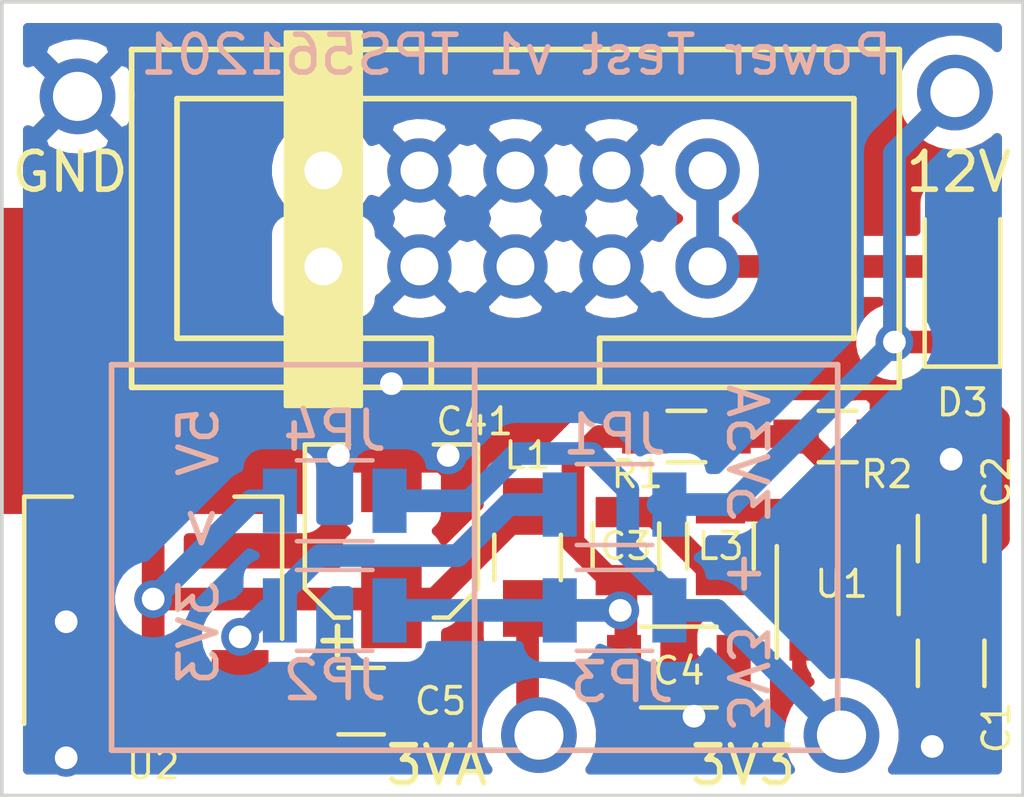
<source format=kicad_pcb>
(kicad_pcb (version 20171130) (host pcbnew "(5.1.5)-3")

  (general
    (thickness 1.6)
    (drawings 20)
    (tracks 83)
    (zones 0)
    (modules 22)
    (nets 14)
  )

  (page A4)
  (layers
    (0 F.Cu signal)
    (31 B.Cu signal)
    (32 B.Adhes user)
    (33 F.Adhes user)
    (34 B.Paste user)
    (35 F.Paste user)
    (36 B.SilkS user hide)
    (37 F.SilkS user)
    (38 B.Mask user)
    (39 F.Mask user)
    (40 Dwgs.User user)
    (41 Cmts.User user)
    (42 Eco1.User user)
    (43 Eco2.User user)
    (44 Edge.Cuts user)
    (45 Margin user)
    (46 B.CrtYd user)
    (47 F.CrtYd user hide)
    (48 B.Fab user hide)
    (49 F.Fab user hide)
  )

  (setup
    (last_trace_width 0.25)
    (user_trace_width 0.5)
    (user_trace_width 0.6)
    (trace_clearance 0.2)
    (zone_clearance 0.508)
    (zone_45_only no)
    (trace_min 0.2)
    (via_size 0.8)
    (via_drill 0.4)
    (via_min_size 0.4)
    (via_min_drill 0.3)
    (user_via 1 0.6)
    (user_via 1.2 1)
    (uvia_size 0.3)
    (uvia_drill 0.1)
    (uvias_allowed no)
    (uvia_min_size 0.2)
    (uvia_min_drill 0.1)
    (edge_width 0.1)
    (segment_width 0.2)
    (pcb_text_width 0.3)
    (pcb_text_size 1.5 1.5)
    (mod_edge_width 0.15)
    (mod_text_size 1 1)
    (mod_text_width 0.15)
    (pad_size 2 3.8)
    (pad_drill 0)
    (pad_to_mask_clearance 0)
    (aux_axis_origin 0 0)
    (visible_elements 7FFEFF7F)
    (pcbplotparams
      (layerselection 0x010fc_ffffffff)
      (usegerberextensions false)
      (usegerberattributes false)
      (usegerberadvancedattributes false)
      (creategerberjobfile false)
      (excludeedgelayer true)
      (linewidth 0.100000)
      (plotframeref false)
      (viasonmask false)
      (mode 1)
      (useauxorigin false)
      (hpglpennumber 1)
      (hpglpenspeed 20)
      (hpglpendiameter 15.000000)
      (psnegative false)
      (psa4output false)
      (plotreference true)
      (plotvalue true)
      (plotinvisibletext false)
      (padsonsilk false)
      (subtractmaskfromsilk false)
      (outputformat 1)
      (mirror false)
      (drillshape 0)
      (scaleselection 1)
      (outputdirectory "Gerbers/Power_TPS561201/"))
  )

  (net 0 "")
  (net 1 VCC)
  (net 2 GND)
  (net 3 +3V3)
  (net 4 +12V)
  (net 5 -12V)
  (net 6 +3.3VA)
  (net 7 "Net-(U1-Pad5)")
  (net 8 /VOUT)
  (net 9 /V_Int)
  (net 10 /VIN)
  (net 11 /VSW)
  (net 12 /CB)
  (net 13 /FB)

  (net_class Default "This is the default net class."
    (clearance 0.2)
    (trace_width 0.25)
    (via_dia 0.8)
    (via_drill 0.4)
    (uvia_dia 0.3)
    (uvia_drill 0.1)
    (add_net +12V)
    (add_net +3.3VA)
    (add_net +3V3)
    (add_net -12V)
    (add_net /CB)
    (add_net /FB)
    (add_net /VIN)
    (add_net /VOUT)
    (add_net /VSW)
    (add_net /V_Int)
    (add_net GND)
    (add_net "Net-(U1-Pad5)")
    (add_net VCC)
  )

  (module Resistors_SMD:R_0805 (layer F.Cu) (tedit 58E0A804) (tstamp 5FC10D3A)
    (at 94.5 67.5)
    (descr "Resistor SMD 0805, reflow soldering, Vishay (see dcrcw.pdf)")
    (tags "resistor 0805")
    (path /5FC1C026)
    (attr smd)
    (fp_text reference C5 (at 2.1 0) (layer F.SilkS)
      (effects (font (size 0.7 0.7) (thickness 0.1)))
    )
    (fp_text value 10uF (at 0 1.75) (layer F.Fab)
      (effects (font (size 1 1) (thickness 0.15)))
    )
    (fp_text user %R (at 0 0) (layer F.Fab)
      (effects (font (size 0.5 0.5) (thickness 0.075)))
    )
    (fp_line (start -1 0.62) (end -1 -0.62) (layer F.Fab) (width 0.1))
    (fp_line (start 1 0.62) (end -1 0.62) (layer F.Fab) (width 0.1))
    (fp_line (start 1 -0.62) (end 1 0.62) (layer F.Fab) (width 0.1))
    (fp_line (start -1 -0.62) (end 1 -0.62) (layer F.Fab) (width 0.1))
    (fp_line (start 0.6 0.88) (end -0.6 0.88) (layer F.SilkS) (width 0.12))
    (fp_line (start -0.6 -0.88) (end 0.6 -0.88) (layer F.SilkS) (width 0.12))
    (fp_line (start -1.55 -0.9) (end 1.55 -0.9) (layer F.CrtYd) (width 0.05))
    (fp_line (start -1.55 -0.9) (end -1.55 0.9) (layer F.CrtYd) (width 0.05))
    (fp_line (start 1.55 0.9) (end 1.55 -0.9) (layer F.CrtYd) (width 0.05))
    (fp_line (start 1.55 0.9) (end -1.55 0.9) (layer F.CrtYd) (width 0.05))
    (pad 1 smd rect (at -0.95 0) (size 0.7 1.3) (layers F.Cu F.Paste F.Mask)
      (net 10 /VIN))
    (pad 2 smd rect (at 0.95 0) (size 0.7 1.3) (layers F.Cu F.Paste F.Mask)
      (net 2 GND))
    (model ${KISYS3DMOD}/Resistors_SMD.3dshapes/R_0805.wrl
      (at (xyz 0 0 0))
      (scale (xyz 1 1 1))
      (rotate (xyz 0 0 0))
    )
  )

  (module TO_SOT_Packages_SMD:SOT-23-6_Handsoldering (layer F.Cu) (tedit 58CE4E7E) (tstamp 5FC1099D)
    (at 107.1 64.3 90)
    (descr "6-pin SOT-23 package, Handsoldering")
    (tags "SOT-23-6 Handsoldering")
    (path /5FC04DDA)
    (attr smd)
    (fp_text reference U1 (at -0.1 0.1 180) (layer F.SilkS)
      (effects (font (size 0.7 0.7) (thickness 0.1)))
    )
    (fp_text value TPS561201 (at 0 2.9 90) (layer F.Fab)
      (effects (font (size 1 1) (thickness 0.15)))
    )
    (fp_text user %R (at 0 0) (layer F.Fab)
      (effects (font (size 0.5 0.5) (thickness 0.075)))
    )
    (fp_line (start -0.9 1.61) (end 0.9 1.61) (layer F.SilkS) (width 0.12))
    (fp_line (start 0.9 -1.61) (end -2.05 -1.61) (layer F.SilkS) (width 0.12))
    (fp_line (start -2.4 1.8) (end -2.4 -1.8) (layer F.CrtYd) (width 0.05))
    (fp_line (start 2.4 1.8) (end -2.4 1.8) (layer F.CrtYd) (width 0.05))
    (fp_line (start 2.4 -1.8) (end 2.4 1.8) (layer F.CrtYd) (width 0.05))
    (fp_line (start -2.4 -1.8) (end 2.4 -1.8) (layer F.CrtYd) (width 0.05))
    (fp_line (start -0.9 -0.9) (end -0.25 -1.55) (layer F.Fab) (width 0.1))
    (fp_line (start 0.9 -1.55) (end -0.25 -1.55) (layer F.Fab) (width 0.1))
    (fp_line (start -0.9 -0.9) (end -0.9 1.55) (layer F.Fab) (width 0.1))
    (fp_line (start 0.9 1.55) (end -0.9 1.55) (layer F.Fab) (width 0.1))
    (fp_line (start 0.9 -1.55) (end 0.9 1.55) (layer F.Fab) (width 0.1))
    (pad 1 smd rect (at -1.35 -0.95 90) (size 1.56 0.65) (layers F.Cu F.Paste F.Mask)
      (net 2 GND))
    (pad 2 smd rect (at -1.35 0 90) (size 1.56 0.65) (layers F.Cu F.Paste F.Mask)
      (net 11 /VSW))
    (pad 3 smd rect (at -1.35 0.95 90) (size 1.56 0.65) (layers F.Cu F.Paste F.Mask)
      (net 1 VCC))
    (pad 4 smd rect (at 1.35 0.95 90) (size 1.56 0.65) (layers F.Cu F.Paste F.Mask)
      (net 13 /FB))
    (pad 6 smd rect (at 1.35 -0.95 90) (size 1.56 0.65) (layers F.Cu F.Paste F.Mask)
      (net 12 /CB))
    (pad 5 smd rect (at 1.35 0 90) (size 1.56 0.65) (layers F.Cu F.Paste F.Mask)
      (net 7 "Net-(U1-Pad5)"))
    (model ${KISYS3DMOD}/TO_SOT_Packages_SMD.3dshapes/SOT-23-6.wrl
      (at (xyz 0 0 0))
      (scale (xyz 1 1 1))
      (rotate (xyz 0 0 0))
    )
  )

  (module Custom_Footprints:L_0806 (layer F.Cu) (tedit 5FC0F58D) (tstamp 5FC104B3)
    (at 101.5 63.4 270)
    (descr "Resistor SMD 0805, reflow soldering, Vishay (see dcrcw.pdf)")
    (tags "resistor 0805")
    (path /63B9E041)
    (attr smd)
    (fp_text reference L3 (at 0 -2.5 180) (layer F.SilkS)
      (effects (font (size 0.7 0.7) (thickness 0.1)))
    )
    (fp_text value 4.7uH (at 0 2.1 90) (layer F.Fab)
      (effects (font (size 1 1) (thickness 0.15)))
    )
    (fp_text user %R (at 0 0 90) (layer F.Fab)
      (effects (font (size 0.5 0.5) (thickness 0.075)))
    )
    (fp_line (start -1 0.62) (end -1 -0.62) (layer F.Fab) (width 0.1))
    (fp_line (start 1 0.75) (end -1 0.75) (layer F.Fab) (width 0.1))
    (fp_line (start 1 -0.62) (end 1 0.62) (layer F.Fab) (width 0.1))
    (fp_line (start -1 -0.75) (end 1 -0.75) (layer F.Fab) (width 0.1))
    (fp_line (start -1.6 -1) (end 1.6 -1) (layer F.CrtYd) (width 0.05))
    (fp_line (start -1.6 1) (end 1.6 1) (layer F.CrtYd) (width 0.05))
    (fp_line (start -1.6 -1) (end -1.6 1) (layer F.CrtYd) (width 0.05))
    (fp_line (start 1.6 -1) (end 1.6 1) (layer F.CrtYd) (width 0.05))
    (fp_line (start 0.6 0.88) (end -0.6 0.88) (layer F.SilkS) (width 0.12))
    (fp_line (start -0.6 -0.88) (end 0.6 -0.88) (layer F.SilkS) (width 0.12))
    (pad 1 smd rect (at -0.9 0 270) (size 0.8 1.6) (layers F.Cu F.Paste F.Mask)
      (net 11 /VSW))
    (pad 2 smd rect (at 0.9 0 270) (size 0.8 1.6) (layers F.Cu F.Paste F.Mask)
      (net 9 /V_Int))
    (model ${KISYS3DMOD}/Inductors_SMD.3dshapes/L_0805.wrl
      (at (xyz 0 0 0))
      (scale (xyz 1 1 1))
      (rotate (xyz 0 0 0))
    )
  )

  (module Resistors_SMD:R_1206 (layer F.Cu) (tedit 58E0A804) (tstamp 5FC104E3)
    (at 102.9 66.6)
    (descr "Resistor SMD 1206, reflow soldering, Vishay (see dcrcw.pdf)")
    (tags "resistor 1206")
    (path /5FC2770E)
    (attr smd)
    (fp_text reference C4 (at 0 0.1) (layer F.SilkS)
      (effects (font (size 0.7 0.7) (thickness 0.1)))
    )
    (fp_text value 47uF (at 0 1.95) (layer F.Fab)
      (effects (font (size 1 1) (thickness 0.15)))
    )
    (fp_text user %R (at 0 0) (layer F.Fab)
      (effects (font (size 0.7 0.7) (thickness 0.105)))
    )
    (fp_line (start -1.6 0.8) (end -1.6 -0.8) (layer F.Fab) (width 0.1))
    (fp_line (start 1.6 0.8) (end -1.6 0.8) (layer F.Fab) (width 0.1))
    (fp_line (start 1.6 -0.8) (end 1.6 0.8) (layer F.Fab) (width 0.1))
    (fp_line (start -1.6 -0.8) (end 1.6 -0.8) (layer F.Fab) (width 0.1))
    (fp_line (start 1 1.07) (end -1 1.07) (layer F.SilkS) (width 0.12))
    (fp_line (start -1 -1.07) (end 1 -1.07) (layer F.SilkS) (width 0.12))
    (fp_line (start -2.15 -1.11) (end 2.15 -1.11) (layer F.CrtYd) (width 0.05))
    (fp_line (start -2.15 -1.11) (end -2.15 1.1) (layer F.CrtYd) (width 0.05))
    (fp_line (start 2.15 1.1) (end 2.15 -1.11) (layer F.CrtYd) (width 0.05))
    (fp_line (start 2.15 1.1) (end -2.15 1.1) (layer F.CrtYd) (width 0.05))
    (pad 1 smd rect (at -1.45 0) (size 0.9 1.7) (layers F.Cu F.Paste F.Mask)
      (net 9 /V_Int))
    (pad 2 smd rect (at 1.45 0) (size 0.9 1.7) (layers F.Cu F.Paste F.Mask)
      (net 2 GND))
    (model ${KISYS3DMOD}/Resistors_SMD.3dshapes/R_1206.wrl
      (at (xyz 0 0 0))
      (scale (xyz 1 1 1))
      (rotate (xyz 0 0 0))
    )
  )

  (module Resistors_SMD:R_0805 (layer F.Cu) (tedit 58E0A804) (tstamp 5FC10513)
    (at 104 63.4 90)
    (descr "Resistor SMD 0805, reflow soldering, Vishay (see dcrcw.pdf)")
    (tags "resistor 0805")
    (path /63B9D019)
    (attr smd)
    (fp_text reference C3 (at 0 -2.5 180) (layer F.SilkS)
      (effects (font (size 0.7 0.7) (thickness 0.1)))
    )
    (fp_text value 100nF (at 0 1.75 90) (layer F.Fab)
      (effects (font (size 1 1) (thickness 0.15)))
    )
    (fp_text user %R (at 0 0 90) (layer F.Fab)
      (effects (font (size 0.5 0.5) (thickness 0.075)))
    )
    (fp_line (start -1 0.62) (end -1 -0.62) (layer F.Fab) (width 0.1))
    (fp_line (start 1 0.62) (end -1 0.62) (layer F.Fab) (width 0.1))
    (fp_line (start 1 -0.62) (end 1 0.62) (layer F.Fab) (width 0.1))
    (fp_line (start -1 -0.62) (end 1 -0.62) (layer F.Fab) (width 0.1))
    (fp_line (start 0.6 0.88) (end -0.6 0.88) (layer F.SilkS) (width 0.12))
    (fp_line (start -0.6 -0.88) (end 0.6 -0.88) (layer F.SilkS) (width 0.12))
    (fp_line (start -1.55 -0.9) (end 1.55 -0.9) (layer F.CrtYd) (width 0.05))
    (fp_line (start -1.55 -0.9) (end -1.55 0.9) (layer F.CrtYd) (width 0.05))
    (fp_line (start 1.55 0.9) (end 1.55 -0.9) (layer F.CrtYd) (width 0.05))
    (fp_line (start 1.55 0.9) (end -1.55 0.9) (layer F.CrtYd) (width 0.05))
    (pad 1 smd rect (at -0.95 0 90) (size 0.7 1.3) (layers F.Cu F.Paste F.Mask)
      (net 11 /VSW))
    (pad 2 smd rect (at 0.95 0 90) (size 0.7 1.3) (layers F.Cu F.Paste F.Mask)
      (net 12 /CB))
    (model ${KISYS3DMOD}/Resistors_SMD.3dshapes/R_0805.wrl
      (at (xyz 0 0 0))
      (scale (xyz 1 1 1))
      (rotate (xyz 0 0 0))
    )
  )

  (module Resistors_SMD:R_0805 (layer F.Cu) (tedit 58E0A804) (tstamp 5FC1036C)
    (at 110.1 63.2 90)
    (descr "Resistor SMD 0805, reflow soldering, Vishay (see dcrcw.pdf)")
    (tags "resistor 0805")
    (path /63C237DB)
    (attr smd)
    (fp_text reference C2 (at 1.5 1.2 90) (layer F.SilkS)
      (effects (font (size 0.7 0.7) (thickness 0.1)))
    )
    (fp_text value 10uF (at 0 1.75 90) (layer F.Fab)
      (effects (font (size 1 1) (thickness 0.15)))
    )
    (fp_text user %R (at 0 0 90) (layer F.Fab)
      (effects (font (size 0.5 0.5) (thickness 0.075)))
    )
    (fp_line (start -1 0.62) (end -1 -0.62) (layer F.Fab) (width 0.1))
    (fp_line (start 1 0.62) (end -1 0.62) (layer F.Fab) (width 0.1))
    (fp_line (start 1 -0.62) (end 1 0.62) (layer F.Fab) (width 0.1))
    (fp_line (start -1 -0.62) (end 1 -0.62) (layer F.Fab) (width 0.1))
    (fp_line (start 0.6 0.88) (end -0.6 0.88) (layer F.SilkS) (width 0.12))
    (fp_line (start -0.6 -0.88) (end 0.6 -0.88) (layer F.SilkS) (width 0.12))
    (fp_line (start -1.55 -0.9) (end 1.55 -0.9) (layer F.CrtYd) (width 0.05))
    (fp_line (start -1.55 -0.9) (end -1.55 0.9) (layer F.CrtYd) (width 0.05))
    (fp_line (start 1.55 0.9) (end 1.55 -0.9) (layer F.CrtYd) (width 0.05))
    (fp_line (start 1.55 0.9) (end -1.55 0.9) (layer F.CrtYd) (width 0.05))
    (pad 1 smd rect (at -0.95 0 90) (size 0.7 1.3) (layers F.Cu F.Paste F.Mask)
      (net 1 VCC))
    (pad 2 smd rect (at 0.95 0 90) (size 0.7 1.3) (layers F.Cu F.Paste F.Mask)
      (net 2 GND))
    (model ${KISYS3DMOD}/Resistors_SMD.3dshapes/R_0805.wrl
      (at (xyz 0 0 0))
      (scale (xyz 1 1 1))
      (rotate (xyz 0 0 0))
    )
  )

  (module Resistors_SMD:R_0805 (layer F.Cu) (tedit 58E0A804) (tstamp 5FC1039C)
    (at 110.1 66.5 270)
    (descr "Resistor SMD 0805, reflow soldering, Vishay (see dcrcw.pdf)")
    (tags "resistor 0805")
    (path /5FC099B7)
    (attr smd)
    (fp_text reference C1 (at 1.7 -1.2 90) (layer F.SilkS)
      (effects (font (size 0.7 0.7) (thickness 0.1)))
    )
    (fp_text value 10uF (at 0 1.75 90) (layer F.Fab)
      (effects (font (size 1 1) (thickness 0.15)))
    )
    (fp_text user %R (at 0 0 90) (layer F.Fab)
      (effects (font (size 0.5 0.5) (thickness 0.075)))
    )
    (fp_line (start -1 0.62) (end -1 -0.62) (layer F.Fab) (width 0.1))
    (fp_line (start 1 0.62) (end -1 0.62) (layer F.Fab) (width 0.1))
    (fp_line (start 1 -0.62) (end 1 0.62) (layer F.Fab) (width 0.1))
    (fp_line (start -1 -0.62) (end 1 -0.62) (layer F.Fab) (width 0.1))
    (fp_line (start 0.6 0.88) (end -0.6 0.88) (layer F.SilkS) (width 0.12))
    (fp_line (start -0.6 -0.88) (end 0.6 -0.88) (layer F.SilkS) (width 0.12))
    (fp_line (start -1.55 -0.9) (end 1.55 -0.9) (layer F.CrtYd) (width 0.05))
    (fp_line (start -1.55 -0.9) (end -1.55 0.9) (layer F.CrtYd) (width 0.05))
    (fp_line (start 1.55 0.9) (end 1.55 -0.9) (layer F.CrtYd) (width 0.05))
    (fp_line (start 1.55 0.9) (end -1.55 0.9) (layer F.CrtYd) (width 0.05))
    (pad 1 smd rect (at -0.95 0 270) (size 0.7 1.3) (layers F.Cu F.Paste F.Mask)
      (net 1 VCC))
    (pad 2 smd rect (at 0.95 0 270) (size 0.7 1.3) (layers F.Cu F.Paste F.Mask)
      (net 2 GND))
    (model ${KISYS3DMOD}/Resistors_SMD.3dshapes/R_0805.wrl
      (at (xyz 0 0 0))
      (scale (xyz 1 1 1))
      (rotate (xyz 0 0 0))
    )
  )

  (module Custom_Footprints:Eurorack_10_pin_header (layer F.Cu) (tedit 5FBE9495) (tstamp 5FBD159B)
    (at 93.5 56)
    (descr http://www.farnell.com/datasheets/1520732.pdf)
    (tags "connector multicomp MC9A MC9A12")
    (path /5F72E001)
    (fp_text reference J2 (at -3 -7 180) (layer F.SilkS) hide
      (effects (font (size 1 1) (thickness 0.15)))
    )
    (fp_text value Eurorack_10_pin_power (at 5.08 5 180) (layer F.Fab)
      (effects (font (size 1 1) (thickness 0.15)))
    )
    (fp_poly (pts (xy -1 -6.2) (xy 1 -6.2) (xy 1 3.7) (xy -1 3.7)) (layer F.SilkS) (width 0.1))
    (fp_text user -12V (at 2.6 -5.2 180) (layer F.SilkS) hide
      (effects (font (size 1 1) (thickness 0.15)))
    )
    (fp_line (start 15.4 3.3) (end -5.2 3.3) (layer F.CrtYd) (width 0.05))
    (fp_line (start 15.4 -5.9) (end 15.4 3.3) (layer F.CrtYd) (width 0.05))
    (fp_line (start -5.2 -5.9) (end 15.4 -5.9) (layer F.CrtYd) (width 0.05))
    (fp_line (start -5.2 3.3) (end -5.2 -5.9) (layer F.CrtYd) (width 0.05))
    (fp_line (start 7.305 1.9) (end 7.305 3.2) (layer F.SilkS) (width 0.15))
    (fp_line (start 14.03 1.9) (end 7.305 1.9) (layer F.SilkS) (width 0.15))
    (fp_line (start 14.03 -4.44) (end 14.03 1.9) (layer F.SilkS) (width 0.15))
    (fp_line (start -3.87 -4.44) (end 14.03 -4.44) (layer F.SilkS) (width 0.15))
    (fp_line (start -3.87 1.9) (end -3.87 -4.44) (layer F.SilkS) (width 0.15))
    (fp_line (start 2.855 1.9) (end -3.87 1.9) (layer F.SilkS) (width 0.15))
    (fp_line (start 2.855 3.2) (end 2.855 1.9) (layer F.SilkS) (width 0.15))
    (fp_line (start 15.23 3.2) (end -5.07 3.2) (layer F.SilkS) (width 0.15))
    (fp_line (start 15.23 -5.74) (end 15.23 3.2) (layer F.SilkS) (width 0.15))
    (fp_line (start -5.07 -5.74) (end 15.23 -5.74) (layer F.SilkS) (width 0.15))
    (fp_line (start -5.07 3.2) (end -5.07 -5.74) (layer F.SilkS) (width 0.15))
    (pad 10 thru_hole circle (at 10.16 -2.54) (size 1.7 1.7) (drill 1) (layers *.Cu *.Mask)
      (net 4 +12V))
    (pad 9 thru_hole circle (at 10.16 0) (size 1.7 1.7) (drill 1) (layers *.Cu *.Mask)
      (net 4 +12V))
    (pad 8 thru_hole circle (at 7.62 -2.54) (size 1.7 1.7) (drill 1) (layers *.Cu *.Mask)
      (net 2 GND))
    (pad 7 thru_hole circle (at 7.62 0) (size 1.7 1.7) (drill 1) (layers *.Cu *.Mask)
      (net 2 GND))
    (pad 6 thru_hole circle (at 5.08 -2.54) (size 1.7 1.7) (drill 1) (layers *.Cu *.Mask)
      (net 2 GND))
    (pad 5 thru_hole circle (at 5.08 0) (size 1.7 1.7) (drill 1) (layers *.Cu *.Mask)
      (net 2 GND))
    (pad 4 thru_hole circle (at 2.54 -2.54) (size 1.7 1.7) (drill 1) (layers *.Cu *.Mask)
      (net 2 GND))
    (pad 3 thru_hole circle (at 2.54 0) (size 1.7 1.7) (drill 1) (layers *.Cu *.Mask)
      (net 2 GND))
    (pad 2 thru_hole circle (at 0 -2.54) (size 1.7 1.7) (drill 1) (layers *.Cu *.Mask)
      (net 5 -12V))
    (pad 1 thru_hole rect (at 0 0) (size 1.7 1.7) (drill 1) (layers *.Cu *.Mask)
      (net 5 -12V))
    (model ${KISYS3DMOD}/Connector_PinHeader_2.54mm.3dshapes/PinHeader_2x05_P2.54mm_Vertical.wrl
      (offset (xyz 10 2.5 0))
      (scale (xyz 1 1 1))
      (rotate (xyz 0 0 90))
    )
  )

  (module Resistors_SMD:R_1206 (layer B.Cu) (tedit 58E0A804) (tstamp 5FBE95DA)
    (at 93.8 62.2 180)
    (descr "Resistor SMD 1206, reflow soldering, Vishay (see dcrcw.pdf)")
    (tags "resistor 1206")
    (path /63CA17BE)
    (attr smd)
    (fp_text reference JP4 (at 0 1.85) (layer B.SilkS)
      (effects (font (size 1 1) (thickness 0.15)) (justify mirror))
    )
    (fp_text value Jumper_Open (at 0 -1.95) (layer B.Fab)
      (effects (font (size 1 1) (thickness 0.15)) (justify mirror))
    )
    (fp_text user %R (at 0 0) (layer B.Fab)
      (effects (font (size 0.7 0.7) (thickness 0.105)) (justify mirror))
    )
    (fp_line (start -1.6 -0.8) (end -1.6 0.8) (layer B.Fab) (width 0.1))
    (fp_line (start 1.6 -0.8) (end -1.6 -0.8) (layer B.Fab) (width 0.1))
    (fp_line (start 1.6 0.8) (end 1.6 -0.8) (layer B.Fab) (width 0.1))
    (fp_line (start -1.6 0.8) (end 1.6 0.8) (layer B.Fab) (width 0.1))
    (fp_line (start 1 -1.07) (end -1 -1.07) (layer B.SilkS) (width 0.12))
    (fp_line (start -1 1.07) (end 1 1.07) (layer B.SilkS) (width 0.12))
    (fp_line (start -2.15 1.11) (end 2.15 1.11) (layer B.CrtYd) (width 0.05))
    (fp_line (start -2.15 1.11) (end -2.15 -1.1) (layer B.CrtYd) (width 0.05))
    (fp_line (start 2.15 -1.1) (end 2.15 1.11) (layer B.CrtYd) (width 0.05))
    (fp_line (start 2.15 -1.1) (end -2.15 -1.1) (layer B.CrtYd) (width 0.05))
    (pad 1 smd rect (at -1.45 0 180) (size 0.9 1.7) (layers B.Cu B.Paste B.Mask)
      (net 3 +3V3))
    (pad 2 smd rect (at 1.45 0 180) (size 0.9 1.7) (layers B.Cu B.Paste B.Mask)
      (net 8 /VOUT))
    (model ${KISYS3DMOD}/Resistors_SMD.3dshapes/R_1206.wrl
      (at (xyz 0 0 0))
      (scale (xyz 1 1 1))
      (rotate (xyz 0 0 0))
    )
  )

  (module Resistors_SMD:R_1206 (layer B.Cu) (tedit 58E0A804) (tstamp 5FBE9EC3)
    (at 101.2 65.1 180)
    (descr "Resistor SMD 1206, reflow soldering, Vishay (see dcrcw.pdf)")
    (tags "resistor 1206")
    (path /63CA9641)
    (attr smd)
    (fp_text reference JP3 (at -0.2 -1.9) (layer B.SilkS)
      (effects (font (size 1 1) (thickness 0.15)) (justify mirror))
    )
    (fp_text value Jumper_Closed (at 0 -1.95) (layer B.Fab)
      (effects (font (size 1 1) (thickness 0.15)) (justify mirror))
    )
    (fp_text user %R (at 0 0) (layer B.Fab)
      (effects (font (size 0.7 0.7) (thickness 0.105)) (justify mirror))
    )
    (fp_line (start -1.6 -0.8) (end -1.6 0.8) (layer B.Fab) (width 0.1))
    (fp_line (start 1.6 -0.8) (end -1.6 -0.8) (layer B.Fab) (width 0.1))
    (fp_line (start 1.6 0.8) (end 1.6 -0.8) (layer B.Fab) (width 0.1))
    (fp_line (start -1.6 0.8) (end 1.6 0.8) (layer B.Fab) (width 0.1))
    (fp_line (start 1 -1.07) (end -1 -1.07) (layer B.SilkS) (width 0.12))
    (fp_line (start -1 1.07) (end 1 1.07) (layer B.SilkS) (width 0.12))
    (fp_line (start -2.15 1.11) (end 2.15 1.11) (layer B.CrtYd) (width 0.05))
    (fp_line (start -2.15 1.11) (end -2.15 -1.1) (layer B.CrtYd) (width 0.05))
    (fp_line (start 2.15 -1.1) (end 2.15 1.11) (layer B.CrtYd) (width 0.05))
    (fp_line (start 2.15 -1.1) (end -2.15 -1.1) (layer B.CrtYd) (width 0.05))
    (pad 1 smd rect (at -1.45 0 180) (size 0.9 1.7) (layers B.Cu B.Paste B.Mask)
      (net 3 +3V3))
    (pad 2 smd rect (at 1.45 0 180) (size 0.9 1.7) (layers B.Cu B.Paste B.Mask)
      (net 9 /V_Int))
    (model ${KISYS3DMOD}/Resistors_SMD.3dshapes/R_1206.wrl
      (at (xyz 0 0 0))
      (scale (xyz 1 1 1))
      (rotate (xyz 0 0 0))
    )
  )

  (module Resistors_SMD:R_1206 (layer B.Cu) (tedit 58E0A804) (tstamp 5FBE95D4)
    (at 93.8 65.1)
    (descr "Resistor SMD 1206, reflow soldering, Vishay (see dcrcw.pdf)")
    (tags "resistor 1206")
    (path /63CA47C6)
    (attr smd)
    (fp_text reference JP2 (at 0 1.85) (layer B.SilkS)
      (effects (font (size 1 1) (thickness 0.15)) (justify mirror))
    )
    (fp_text value Jumper_Open (at 0 -1.95) (layer B.Fab)
      (effects (font (size 1 1) (thickness 0.15)) (justify mirror))
    )
    (fp_text user %R (at 0 0) (layer B.Fab)
      (effects (font (size 0.7 0.7) (thickness 0.105)) (justify mirror))
    )
    (fp_line (start -1.6 -0.8) (end -1.6 0.8) (layer B.Fab) (width 0.1))
    (fp_line (start 1.6 -0.8) (end -1.6 -0.8) (layer B.Fab) (width 0.1))
    (fp_line (start 1.6 0.8) (end 1.6 -0.8) (layer B.Fab) (width 0.1))
    (fp_line (start -1.6 0.8) (end 1.6 0.8) (layer B.Fab) (width 0.1))
    (fp_line (start 1 -1.07) (end -1 -1.07) (layer B.SilkS) (width 0.12))
    (fp_line (start -1 1.07) (end 1 1.07) (layer B.SilkS) (width 0.12))
    (fp_line (start -2.15 1.11) (end 2.15 1.11) (layer B.CrtYd) (width 0.05))
    (fp_line (start -2.15 1.11) (end -2.15 -1.1) (layer B.CrtYd) (width 0.05))
    (fp_line (start 2.15 -1.1) (end 2.15 1.11) (layer B.CrtYd) (width 0.05))
    (fp_line (start 2.15 -1.1) (end -2.15 -1.1) (layer B.CrtYd) (width 0.05))
    (pad 1 smd rect (at -1.45 0) (size 0.9 1.7) (layers B.Cu B.Paste B.Mask)
      (net 10 /VIN))
    (pad 2 smd rect (at 1.45 0) (size 0.9 1.7) (layers B.Cu B.Paste B.Mask)
      (net 9 /V_Int))
    (model ${KISYS3DMOD}/Resistors_SMD.3dshapes/R_1206.wrl
      (at (xyz 0 0 0))
      (scale (xyz 1 1 1))
      (rotate (xyz 0 0 0))
    )
  )

  (module Resistors_SMD:R_1206 (layer B.Cu) (tedit 58E0A804) (tstamp 5FBE9F28)
    (at 101.2 62.3 180)
    (descr "Resistor SMD 1206, reflow soldering, Vishay (see dcrcw.pdf)")
    (tags "resistor 1206")
    (path /63CA67C0)
    (attr smd)
    (fp_text reference JP1 (at 0 1.85) (layer B.SilkS)
      (effects (font (size 1 1) (thickness 0.15)) (justify mirror))
    )
    (fp_text value Jumper_Closed (at 0 -1.95) (layer B.Fab)
      (effects (font (size 1 1) (thickness 0.15)) (justify mirror))
    )
    (fp_text user %R (at 0 0) (layer B.Fab)
      (effects (font (size 0.7 0.7) (thickness 0.105)) (justify mirror))
    )
    (fp_line (start -1.6 -0.8) (end -1.6 0.8) (layer B.Fab) (width 0.1))
    (fp_line (start 1.6 -0.8) (end -1.6 -0.8) (layer B.Fab) (width 0.1))
    (fp_line (start 1.6 0.8) (end 1.6 -0.8) (layer B.Fab) (width 0.1))
    (fp_line (start -1.6 0.8) (end 1.6 0.8) (layer B.Fab) (width 0.1))
    (fp_line (start 1 -1.07) (end -1 -1.07) (layer B.SilkS) (width 0.12))
    (fp_line (start -1 1.07) (end 1 1.07) (layer B.SilkS) (width 0.12))
    (fp_line (start -2.15 1.11) (end 2.15 1.11) (layer B.CrtYd) (width 0.05))
    (fp_line (start -2.15 1.11) (end -2.15 -1.1) (layer B.CrtYd) (width 0.05))
    (fp_line (start 2.15 -1.1) (end 2.15 1.11) (layer B.CrtYd) (width 0.05))
    (fp_line (start 2.15 -1.1) (end -2.15 -1.1) (layer B.CrtYd) (width 0.05))
    (pad 1 smd rect (at -1.45 0 180) (size 0.9 1.7) (layers B.Cu B.Paste B.Mask)
      (net 1 VCC))
    (pad 2 smd rect (at 1.45 0 180) (size 0.9 1.7) (layers B.Cu B.Paste B.Mask)
      (net 10 /VIN))
    (model ${KISYS3DMOD}/Resistors_SMD.3dshapes/R_1206.wrl
      (at (xyz 0 0 0))
      (scale (xyz 1 1 1))
      (rotate (xyz 0 0 0))
    )
  )

  (module TO_SOT_Packages_SMD:SOT-223-3_TabPin2 (layer F.Cu) (tedit 5FBE721B) (tstamp 5FBE8884)
    (at 89 64 90)
    (descr "module CMS SOT223 4 pins")
    (tags "CMS SOT")
    (path /63C86E47)
    (attr smd)
    (fp_text reference U2 (at -5.2 0 180) (layer F.SilkS)
      (effects (font (size 0.7 0.7) (thickness 0.1)))
    )
    (fp_text value LD1117-3.3-4Tab (at 0 4.5 90) (layer F.Fab)
      (effects (font (size 1 1) (thickness 0.15)))
    )
    (fp_text user %R (at 0 0) (layer F.Fab)
      (effects (font (size 0.8 0.8) (thickness 0.12)))
    )
    (fp_line (start 1.91 3.41) (end 1.91 2.15) (layer F.SilkS) (width 0.12))
    (fp_line (start 1.91 -3.41) (end 1.91 -2.15) (layer F.SilkS) (width 0.12))
    (fp_line (start 4.4 -3.6) (end -4.4 -3.6) (layer F.CrtYd) (width 0.05))
    (fp_line (start 4.4 3.6) (end 4.4 -3.6) (layer F.CrtYd) (width 0.05))
    (fp_line (start -4.4 3.6) (end 4.4 3.6) (layer F.CrtYd) (width 0.05))
    (fp_line (start -4.4 -3.6) (end -4.4 3.6) (layer F.CrtYd) (width 0.05))
    (fp_line (start -1.85 -2.35) (end -0.85 -3.35) (layer F.Fab) (width 0.1))
    (fp_line (start -1.85 -2.35) (end -1.85 3.35) (layer F.Fab) (width 0.1))
    (fp_line (start -1.85 3.41) (end 1.91 3.41) (layer F.SilkS) (width 0.12))
    (fp_line (start -0.85 -3.35) (end 1.85 -3.35) (layer F.Fab) (width 0.1))
    (fp_line (start -4.1 -3.41) (end 1.91 -3.41) (layer F.SilkS) (width 0.12))
    (fp_line (start -1.85 3.35) (end 1.85 3.35) (layer F.Fab) (width 0.1))
    (fp_line (start 1.85 -3.35) (end 1.85 3.35) (layer F.Fab) (width 0.1))
    (pad 2 smd rect (at 3.15 0 90) (size 2 3.8) (layers F.Cu F.Paste F.Mask)
      (net 8 /VOUT) (zone_connect 2))
    (pad 2 smd rect (at -3.15 0 90) (size 2 1.5) (layers F.Cu F.Paste F.Mask)
      (net 8 /VOUT))
    (pad 3 smd rect (at -3.15 2.3 90) (size 2 1.5) (layers F.Cu F.Paste F.Mask)
      (net 10 /VIN))
    (pad 1 smd rect (at -3.15 -2.3 90) (size 2 1.5) (layers F.Cu F.Paste F.Mask)
      (net 2 GND))
    (model ${KISYS3DMOD}/TO_SOT_Packages_SMD.3dshapes/SOT-223.wrl
      (at (xyz 0 0 0))
      (scale (xyz 1 1 1))
      (rotate (xyz 0 0 0))
    )
  )

  (module Resistors_SMD:R_0603_HandSoldering (layer F.Cu) (tedit 58E0A804) (tstamp 5FC10444)
    (at 107.1 60.5)
    (descr "Resistor SMD 0603, hand soldering")
    (tags "resistor 0603")
    (path /63BA51B4)
    (attr smd)
    (fp_text reference R2 (at 1.3 1) (layer F.SilkS)
      (effects (font (size 0.7 0.7) (thickness 0.1)))
    )
    (fp_text value 10k (at 0 1.55) (layer F.Fab)
      (effects (font (size 1 1) (thickness 0.15)))
    )
    (fp_text user %R (at 0 0) (layer F.Fab)
      (effects (font (size 0.4 0.4) (thickness 0.075)))
    )
    (fp_line (start -0.8 0.4) (end -0.8 -0.4) (layer F.Fab) (width 0.1))
    (fp_line (start 0.8 0.4) (end -0.8 0.4) (layer F.Fab) (width 0.1))
    (fp_line (start 0.8 -0.4) (end 0.8 0.4) (layer F.Fab) (width 0.1))
    (fp_line (start -0.8 -0.4) (end 0.8 -0.4) (layer F.Fab) (width 0.1))
    (fp_line (start 0.5 0.68) (end -0.5 0.68) (layer F.SilkS) (width 0.12))
    (fp_line (start -0.5 -0.68) (end 0.5 -0.68) (layer F.SilkS) (width 0.12))
    (fp_line (start -1.96 -0.7) (end 1.95 -0.7) (layer F.CrtYd) (width 0.05))
    (fp_line (start -1.96 -0.7) (end -1.96 0.7) (layer F.CrtYd) (width 0.05))
    (fp_line (start 1.95 0.7) (end 1.95 -0.7) (layer F.CrtYd) (width 0.05))
    (fp_line (start 1.95 0.7) (end -1.96 0.7) (layer F.CrtYd) (width 0.05))
    (pad 1 smd rect (at -1.1 0) (size 1.2 0.9) (layers F.Cu F.Paste F.Mask)
      (net 13 /FB))
    (pad 2 smd rect (at 1.1 0) (size 1.2 0.9) (layers F.Cu F.Paste F.Mask)
      (net 2 GND))
    (model ${KISYS3DMOD}/Resistors_SMD.3dshapes/R_0603.wrl
      (at (xyz 0 0 0))
      (scale (xyz 1 1 1))
      (rotate (xyz 0 0 0))
    )
  )

  (module Resistors_SMD:R_0603_HandSoldering (layer F.Cu) (tedit 58E0A804) (tstamp 5FC10414)
    (at 103.1 60.5)
    (descr "Resistor SMD 0603, hand soldering")
    (tags "resistor 0603")
    (path /63B9EB15)
    (attr smd)
    (fp_text reference R1 (at -1.3 1) (layer F.SilkS)
      (effects (font (size 0.7 0.7) (thickness 0.1)))
    )
    (fp_text value 56k (at 0 1.55) (layer F.Fab)
      (effects (font (size 1 1) (thickness 0.15)))
    )
    (fp_text user %R (at 0 0) (layer F.Fab)
      (effects (font (size 0.4 0.4) (thickness 0.075)))
    )
    (fp_line (start -0.8 0.4) (end -0.8 -0.4) (layer F.Fab) (width 0.1))
    (fp_line (start 0.8 0.4) (end -0.8 0.4) (layer F.Fab) (width 0.1))
    (fp_line (start 0.8 -0.4) (end 0.8 0.4) (layer F.Fab) (width 0.1))
    (fp_line (start -0.8 -0.4) (end 0.8 -0.4) (layer F.Fab) (width 0.1))
    (fp_line (start 0.5 0.68) (end -0.5 0.68) (layer F.SilkS) (width 0.12))
    (fp_line (start -0.5 -0.68) (end 0.5 -0.68) (layer F.SilkS) (width 0.12))
    (fp_line (start -1.96 -0.7) (end 1.95 -0.7) (layer F.CrtYd) (width 0.05))
    (fp_line (start -1.96 -0.7) (end -1.96 0.7) (layer F.CrtYd) (width 0.05))
    (fp_line (start 1.95 0.7) (end 1.95 -0.7) (layer F.CrtYd) (width 0.05))
    (fp_line (start 1.95 0.7) (end -1.96 0.7) (layer F.CrtYd) (width 0.05))
    (pad 1 smd rect (at -1.1 0) (size 1.2 0.9) (layers F.Cu F.Paste F.Mask)
      (net 9 /V_Int))
    (pad 2 smd rect (at 1.1 0) (size 1.2 0.9) (layers F.Cu F.Paste F.Mask)
      (net 13 /FB))
    (model ${KISYS3DMOD}/Resistors_SMD.3dshapes/R_0603.wrl
      (at (xyz 0 0 0))
      (scale (xyz 1 1 1))
      (rotate (xyz 0 0 0))
    )
  )

  (module Custom_Footprints:1.3mm_Test_Point (layer F.Cu) (tedit 5FBA8335) (tstamp 5FBD15DF)
    (at 110.2 51.4)
    (descr "1.3mm Test Point")
    (tags "Through Hole Mount Test Points")
    (path /5FBC912F)
    (attr virtual)
    (fp_text reference TP5 (at 0 -2.75) (layer F.SilkS) hide
      (effects (font (size 1 1) (thickness 0.15)))
    )
    (fp_text value TestPoint (at 0 2.75) (layer F.Fab)
      (effects (font (size 1 1) (thickness 0.15)))
    )
    (fp_line (start -1.25 0.4) (end -1.25 -0.4) (layer F.Fab) (width 0.15))
    (fp_line (start 1.25 0.4) (end -1.25 0.4) (layer F.Fab) (width 0.15))
    (fp_line (start 1.25 -0.4) (end 1.25 0.4) (layer F.Fab) (width 0.15))
    (fp_line (start -1.25 -0.4) (end 1.25 -0.4) (layer F.Fab) (width 0.15))
    (fp_circle (center 0 0) (end 1.05 0) (layer F.CrtYd) (width 0.05))
    (pad 1 thru_hole circle (at 0 0) (size 2 2) (drill 1.3) (layers *.Cu *.Mask)
      (net 1 VCC))
  )

  (module Custom_Footprints:1.3mm_Test_Point (layer F.Cu) (tedit 5FBA8335) (tstamp 5FBD15D5)
    (at 99.2 68.4)
    (descr "1.3mm Test Point")
    (tags "Through Hole Mount Test Points")
    (path /5FBC8AAF)
    (attr virtual)
    (fp_text reference TP3 (at 0 -2.75) (layer F.SilkS) hide
      (effects (font (size 1 1) (thickness 0.15)))
    )
    (fp_text value TestPoint (at 0 2.75) (layer F.Fab)
      (effects (font (size 1 1) (thickness 0.15)))
    )
    (fp_line (start -1.25 0.4) (end -1.25 -0.4) (layer F.Fab) (width 0.15))
    (fp_line (start 1.25 0.4) (end -1.25 0.4) (layer F.Fab) (width 0.15))
    (fp_line (start 1.25 -0.4) (end 1.25 0.4) (layer F.Fab) (width 0.15))
    (fp_line (start -1.25 -0.4) (end 1.25 -0.4) (layer F.Fab) (width 0.15))
    (fp_circle (center 0 0) (end 1.05 0) (layer F.CrtYd) (width 0.05))
    (pad 1 thru_hole circle (at 0 0) (size 2 2) (drill 1.3) (layers *.Cu *.Mask)
      (net 6 +3.3VA))
  )

  (module Custom_Footprints:1.3mm_Test_Point (layer F.Cu) (tedit 5FBA8335) (tstamp 5FBD15CB)
    (at 107.2 68.4)
    (descr "1.3mm Test Point")
    (tags "Through Hole Mount Test Points")
    (path /5FBC80EE)
    (attr virtual)
    (fp_text reference TP2 (at 0 -2.75) (layer F.SilkS) hide
      (effects (font (size 1 1) (thickness 0.15)))
    )
    (fp_text value TestPoint (at 0 2.75) (layer F.Fab)
      (effects (font (size 1 1) (thickness 0.15)))
    )
    (fp_line (start -1.25 0.4) (end -1.25 -0.4) (layer F.Fab) (width 0.15))
    (fp_line (start 1.25 0.4) (end -1.25 0.4) (layer F.Fab) (width 0.15))
    (fp_line (start 1.25 -0.4) (end 1.25 0.4) (layer F.Fab) (width 0.15))
    (fp_line (start -1.25 -0.4) (end 1.25 -0.4) (layer F.Fab) (width 0.15))
    (fp_circle (center 0 0) (end 1.05 0) (layer F.CrtYd) (width 0.05))
    (pad 1 thru_hole circle (at 0 0) (size 2 2) (drill 1.3) (layers *.Cu *.Mask)
      (net 3 +3V3))
  )

  (module Custom_Footprints:1.3mm_Test_Point (layer F.Cu) (tedit 5FBA8335) (tstamp 5FBEA9CF)
    (at 87 51.5)
    (descr "1.3mm Test Point")
    (tags "Through Hole Mount Test Points")
    (path /5FBC76F3)
    (attr virtual)
    (fp_text reference TP1 (at 0 -2.75) (layer F.SilkS) hide
      (effects (font (size 1 1) (thickness 0.15)))
    )
    (fp_text value TestPoint (at 0 2.75) (layer F.Fab)
      (effects (font (size 1 1) (thickness 0.15)))
    )
    (fp_line (start -1.25 0.4) (end -1.25 -0.4) (layer F.Fab) (width 0.15))
    (fp_line (start 1.25 0.4) (end -1.25 0.4) (layer F.Fab) (width 0.15))
    (fp_line (start 1.25 -0.4) (end 1.25 0.4) (layer F.Fab) (width 0.15))
    (fp_line (start -1.25 -0.4) (end 1.25 -0.4) (layer F.Fab) (width 0.15))
    (fp_circle (center 0 0) (end 1.05 0) (layer F.CrtYd) (width 0.05))
    (pad 1 thru_hole circle (at 0 0) (size 2 2) (drill 1.3) (layers *.Cu *.Mask)
      (net 2 GND))
  )

  (module Inductors_SMD:L_0805_HandSoldering (layer F.Cu) (tedit 58307B90) (tstamp 5FBD159E)
    (at 98.9 63.7 90)
    (descr "Resistor SMD 0805, hand soldering")
    (tags "resistor 0805")
    (path /5E9BEF54)
    (attr smd)
    (fp_text reference L1 (at 2.7 0 180) (layer F.SilkS)
      (effects (font (size 0.7 0.7) (thickness 0.1)))
    )
    (fp_text value L (at 0 2.1 90) (layer F.Fab)
      (effects (font (size 1 1) (thickness 0.15)))
    )
    (fp_text user %R (at 0 0 90) (layer F.Fab)
      (effects (font (size 0.5 0.5) (thickness 0.075)))
    )
    (fp_line (start -1 0.62) (end -1 -0.62) (layer F.Fab) (width 0.1))
    (fp_line (start 1 0.62) (end -1 0.62) (layer F.Fab) (width 0.1))
    (fp_line (start 1 -0.62) (end 1 0.62) (layer F.Fab) (width 0.1))
    (fp_line (start -1 -0.62) (end 1 -0.62) (layer F.Fab) (width 0.1))
    (fp_line (start -2.4 -1) (end 2.4 -1) (layer F.CrtYd) (width 0.05))
    (fp_line (start -2.4 1) (end 2.4 1) (layer F.CrtYd) (width 0.05))
    (fp_line (start -2.4 -1) (end -2.4 1) (layer F.CrtYd) (width 0.05))
    (fp_line (start 2.4 -1) (end 2.4 1) (layer F.CrtYd) (width 0.05))
    (fp_line (start 0.6 0.88) (end -0.6 0.88) (layer F.SilkS) (width 0.12))
    (fp_line (start -0.6 -0.88) (end 0.6 -0.88) (layer F.SilkS) (width 0.12))
    (pad 1 smd rect (at -1.35 0 90) (size 1.5 1.3) (layers F.Cu F.Paste F.Mask)
      (net 6 +3.3VA))
    (pad 2 smd rect (at 1.35 0 90) (size 1.5 1.3) (layers F.Cu F.Paste F.Mask)
      (net 8 /VOUT))
    (model ${KISYS3DMOD}/Inductors_SMD.3dshapes/L_0805.wrl
      (at (xyz 0 0 0))
      (scale (xyz 1 1 1))
      (rotate (xyz 0 0 0))
    )
  )

  (module Diodes_SMD:D_SOD-123 (layer F.Cu) (tedit 58645DC7) (tstamp 5FC103D4)
    (at 110.4 56.4 90)
    (descr SOD-123)
    (tags SOD-123)
    (path /5C90987E)
    (attr smd)
    (fp_text reference D3 (at -3.2 0 180) (layer F.SilkS)
      (effects (font (size 0.7 0.7) (thickness 0.1)))
    )
    (fp_text value 1N5819 (at 0 2.1 90) (layer F.Fab)
      (effects (font (size 1 1) (thickness 0.15)))
    )
    (fp_text user %R (at 0 -2 90) (layer F.Fab)
      (effects (font (size 1 1) (thickness 0.15)))
    )
    (fp_line (start -2.25 -1) (end -2.25 1) (layer F.SilkS) (width 0.12))
    (fp_line (start 0.25 0) (end 0.75 0) (layer F.Fab) (width 0.1))
    (fp_line (start 0.25 0.4) (end -0.35 0) (layer F.Fab) (width 0.1))
    (fp_line (start 0.25 -0.4) (end 0.25 0.4) (layer F.Fab) (width 0.1))
    (fp_line (start -0.35 0) (end 0.25 -0.4) (layer F.Fab) (width 0.1))
    (fp_line (start -0.35 0) (end -0.35 0.55) (layer F.Fab) (width 0.1))
    (fp_line (start -0.35 0) (end -0.35 -0.55) (layer F.Fab) (width 0.1))
    (fp_line (start -0.75 0) (end -0.35 0) (layer F.Fab) (width 0.1))
    (fp_line (start -1.4 0.9) (end -1.4 -0.9) (layer F.Fab) (width 0.1))
    (fp_line (start 1.4 0.9) (end -1.4 0.9) (layer F.Fab) (width 0.1))
    (fp_line (start 1.4 -0.9) (end 1.4 0.9) (layer F.Fab) (width 0.1))
    (fp_line (start -1.4 -0.9) (end 1.4 -0.9) (layer F.Fab) (width 0.1))
    (fp_line (start -2.35 -1.15) (end 2.35 -1.15) (layer F.CrtYd) (width 0.05))
    (fp_line (start 2.35 -1.15) (end 2.35 1.15) (layer F.CrtYd) (width 0.05))
    (fp_line (start 2.35 1.15) (end -2.35 1.15) (layer F.CrtYd) (width 0.05))
    (fp_line (start -2.35 -1.15) (end -2.35 1.15) (layer F.CrtYd) (width 0.05))
    (fp_line (start -2.25 1) (end 1.65 1) (layer F.SilkS) (width 0.12))
    (fp_line (start -2.25 -1) (end 1.65 -1) (layer F.SilkS) (width 0.12))
    (pad 1 smd rect (at -1.65 0 90) (size 0.9 1.2) (layers F.Cu F.Paste F.Mask)
      (net 1 VCC))
    (pad 2 smd rect (at 1.65 0 90) (size 0.9 1.2) (layers F.Cu F.Paste F.Mask)
      (net 4 +12V))
    (model ${KISYS3DMOD}/Diodes_SMD.3dshapes/D_SOD-123.wrl
      (at (xyz 0 0 0))
      (scale (xyz 1 1 1))
      (rotate (xyz 0 0 0))
    )
  )

  (module Capacitors_SMD:CP_Elec_4x5.8 (layer F.Cu) (tedit 58AA8627) (tstamp 5FBD1533)
    (at 95.3 63 90)
    (descr "SMT capacitor, aluminium electrolytic, 4x5.8")
    (path /5C7EBE36)
    (attr smd)
    (fp_text reference C41 (at 2.9 2.2 180) (layer F.SilkS)
      (effects (font (size 0.7 0.7) (thickness 0.1)))
    )
    (fp_text value 22uF (at 0 -3.54 90) (layer F.Fab)
      (effects (font (size 1 1) (thickness 0.15)))
    )
    (fp_circle (center 0 0) (end 0 2) (layer F.Fab) (width 0.1))
    (fp_text user + (at -1.12 -0.06 90) (layer F.Fab)
      (effects (font (size 1 1) (thickness 0.15)))
    )
    (fp_text user + (at -2.9 -1.5 90) (layer F.SilkS)
      (effects (font (size 1 1) (thickness 0.15)))
    )
    (fp_text user %R (at 0 3.54 90) (layer F.Fab)
      (effects (font (size 1 1) (thickness 0.15)))
    )
    (fp_line (start 2.13 2.13) (end 2.13 -2.13) (layer F.Fab) (width 0.1))
    (fp_line (start -1.46 2.13) (end 2.13 2.13) (layer F.Fab) (width 0.1))
    (fp_line (start -2.13 1.46) (end -1.46 2.13) (layer F.Fab) (width 0.1))
    (fp_line (start -2.13 -1.46) (end -2.13 1.46) (layer F.Fab) (width 0.1))
    (fp_line (start -1.46 -2.13) (end -2.13 -1.46) (layer F.Fab) (width 0.1))
    (fp_line (start 2.13 -2.13) (end -1.46 -2.13) (layer F.Fab) (width 0.1))
    (fp_line (start -2.29 1.52) (end -2.29 1.12) (layer F.SilkS) (width 0.12))
    (fp_line (start 2.29 2.29) (end 2.29 1.12) (layer F.SilkS) (width 0.12))
    (fp_line (start 2.29 -2.29) (end 2.29 -1.12) (layer F.SilkS) (width 0.12))
    (fp_line (start -2.29 -1.52) (end -2.29 -1.12) (layer F.SilkS) (width 0.12))
    (fp_line (start -1.52 2.29) (end 2.29 2.29) (layer F.SilkS) (width 0.12))
    (fp_line (start -1.52 2.29) (end -2.29 1.52) (layer F.SilkS) (width 0.12))
    (fp_line (start -1.52 -2.29) (end 2.29 -2.29) (layer F.SilkS) (width 0.12))
    (fp_line (start -1.52 -2.29) (end -2.29 -1.52) (layer F.SilkS) (width 0.12))
    (fp_line (start -3.35 -2.39) (end 3.35 -2.39) (layer F.CrtYd) (width 0.05))
    (fp_line (start -3.35 -2.39) (end -3.35 2.38) (layer F.CrtYd) (width 0.05))
    (fp_line (start 3.35 2.38) (end 3.35 -2.39) (layer F.CrtYd) (width 0.05))
    (fp_line (start 3.35 2.38) (end -3.35 2.38) (layer F.CrtYd) (width 0.05))
    (pad 1 smd rect (at -1.8 0 270) (size 2.6 1.6) (layers F.Cu F.Paste F.Mask)
      (net 8 /VOUT))
    (pad 2 smd rect (at 1.8 0 270) (size 2.6 1.6) (layers F.Cu F.Paste F.Mask)
      (net 2 GND))
    (model Capacitors_SMD.3dshapes/CP_Elec_4x5.8.wrl
      (at (xyz 0 0 0))
      (scale (xyz 1 1 1))
      (rotate (xyz 0 0 180))
    )
  )

  (gr_poly (pts (xy 91 58.5) (xy 93 58.5) (xy 93 62.5) (xy 85 62.5) (xy 85 54.5) (xy 91 54.5)) (layer F.Mask) (width 0.1) (tstamp 5FC11498))
  (gr_poly (pts (xy 91 58.5) (xy 93 58.5) (xy 93 62.5) (xy 85 62.5) (xy 85 54.5) (xy 91 54.5)) (layer F.Cu) (width 0.1))
  (gr_text "Power Test v1 TPS561201" (at 98.6 50.4) (layer B.SilkS)
    (effects (font (size 1 1) (thickness 0.15)) (justify mirror))
  )
  (gr_line (start 97.5 68.8) (end 87.9 68.8) (layer B.SilkS) (width 0.15) (tstamp 5FBEAE2D))
  (gr_line (start 87.9 68.8) (end 87.9 58.6) (layer B.SilkS) (width 0.15) (tstamp 5FBEAE2C))
  (gr_line (start 87.9 58.6) (end 97.5 58.6) (layer B.SilkS) (width 0.15) (tstamp 5FBEAE2B))
  (gr_line (start 97.5 58.6) (end 107.1 58.6) (layer B.SilkS) (width 0.15) (tstamp 5FBEAE28))
  (gr_line (start 97.5 68.8) (end 97.5 58.6) (layer B.SilkS) (width 0.15))
  (gr_line (start 107.1 68.8) (end 97.5 68.8) (layer B.SilkS) (width 0.15))
  (gr_line (start 107.1 58.6) (end 107.1 68.8) (layer B.SilkS) (width 0.15))
  (gr_text "5V > 3V3" (at 90.2 63.4 90) (layer B.SilkS) (tstamp 5FBEADE9)
    (effects (font (size 1 1) (thickness 0.15)) (justify mirror))
  )
  (gr_text "3V3 + 3V3A" (at 104.7 63.7 270) (layer B.SilkS)
    (effects (font (size 1 1) (thickness 0.15)) (justify mirror))
  )
  (gr_text 3VA (at 96.5 69.2) (layer F.SilkS) (tstamp 5FBEAD84)
    (effects (font (size 1 1) (thickness 0.15)))
  )
  (gr_text 3V3 (at 104.6 69.2) (layer F.SilkS) (tstamp 5FBEAD5E)
    (effects (font (size 1 1) (thickness 0.15)))
  )
  (gr_text 12V (at 110.3 53.5) (layer F.SilkS) (tstamp 5FBEAD5B)
    (effects (font (size 1 1) (thickness 0.15)))
  )
  (gr_text GND (at 86.8 53.5) (layer F.SilkS)
    (effects (font (size 1 1) (thickness 0.15)))
  )
  (gr_line (start 112 70) (end 112 49) (layer Edge.Cuts) (width 0.1) (tstamp 5FBD904B))
  (gr_line (start 112 70) (end 85 70) (layer Edge.Cuts) (width 0.1) (tstamp 5FBD904A))
  (gr_line (start 85 49) (end 85 70) (layer Edge.Cuts) (width 0.1))
  (gr_line (start 85 49) (end 112 49) (layer Edge.Cuts) (width 0.1))

  (segment (start 110.4 64.15) (end 110.1 64.15) (width 0.6) (layer F.Cu) (net 1))
  (segment (start 111.35 63.2) (end 110.4 64.15) (width 0.6) (layer F.Cu) (net 1))
  (segment (start 110.4 59.1) (end 111.35 60.05) (width 0.6) (layer F.Cu) (net 1))
  (segment (start 111.35 60.05) (end 111.35 63.2) (width 0.6) (layer F.Cu) (net 1))
  (segment (start 110.4 58.05) (end 110.4 59.1) (width 0.6) (layer F.Cu) (net 1))
  (segment (start 110.1 64.15) (end 110.1 65.55) (width 0.6) (layer F.Cu) (net 1))
  (segment (start 110 65.65) (end 110.1 65.55) (width 0.6) (layer F.Cu) (net 1))
  (segment (start 108.05 65.65) (end 110 65.65) (width 0.6) (layer F.Cu) (net 1))
  (via (at 108.6 58) (size 1) (drill 0.6) (layers F.Cu B.Cu) (net 1))
  (segment (start 102.35 62.3) (end 104.3 62.3) (width 0.6) (layer B.Cu) (net 1))
  (segment (start 104.3 62.3) (end 108.6 58) (width 0.6) (layer B.Cu) (net 1))
  (segment (start 110.35 58) (end 110.4 58.05) (width 0.6) (layer F.Cu) (net 1))
  (segment (start 108.6 58) (end 110.35 58) (width 0.6) (layer F.Cu) (net 1))
  (segment (start 108.6 53) (end 110.2 51.4) (width 0.6) (layer B.Cu) (net 1))
  (segment (start 108.6 58) (end 108.6 53) (width 0.6) (layer B.Cu) (net 1))
  (via (at 110.1 61.1) (size 1) (drill 0.6) (layers F.Cu B.Cu) (net 2))
  (via (at 109.6 68.7) (size 1) (drill 0.6) (layers F.Cu B.Cu) (net 2))
  (via (at 103.3 67.9) (size 1) (drill 0.6) (layers F.Cu B.Cu) (net 2))
  (via (at 86.7 65.4) (size 1) (drill 0.6) (layers F.Cu B.Cu) (net 2))
  (via (at 86.7 69) (size 1) (drill 0.6) (layers F.Cu B.Cu) (net 2))
  (via (at 96.8 61) (size 1) (drill 0.6) (layers F.Cu B.Cu) (net 2))
  (via (at 93.9 61) (size 1) (drill 0.6) (layers F.Cu B.Cu) (net 2))
  (via (at 95.3 59.1) (size 1) (drill 0.6) (layers F.Cu B.Cu) (net 2))
  (segment (start 103.9 65.1) (end 107.2 68.4) (width 0.6) (layer B.Cu) (net 3))
  (segment (start 102.65 65.1) (end 103.9 65.1) (width 0.6) (layer B.Cu) (net 3))
  (segment (start 102.65 64.7) (end 102.65 65.1) (width 0.6) (layer B.Cu) (net 3))
  (segment (start 101.54999 63.59999) (end 102.65 64.7) (width 0.6) (layer B.Cu) (net 3))
  (segment (start 101.54999 61.899988) (end 101.54999 63.59999) (width 0.6) (layer B.Cu) (net 3))
  (segment (start 100.600001 60.949999) (end 101.54999 61.899988) (width 0.6) (layer B.Cu) (net 3))
  (segment (start 98.618617 60.949999) (end 100.600001 60.949999) (width 0.6) (layer B.Cu) (net 3))
  (segment (start 97.368616 62.2) (end 98.618617 60.949999) (width 0.6) (layer B.Cu) (net 3))
  (segment (start 95.25 62.2) (end 97.368616 62.2) (width 0.6) (layer B.Cu) (net 3))
  (segment (start 110.4 55.8) (end 110.4 54.75) (width 0.6) (layer F.Cu) (net 4))
  (segment (start 110.2 56) (end 110.4 55.8) (width 0.6) (layer F.Cu) (net 4))
  (segment (start 103.66 56) (end 110.2 56) (width 0.6) (layer F.Cu) (net 4))
  (segment (start 103.66 53.46) (end 103.66 56) (width 0.6) (layer B.Cu) (net 4))
  (segment (start 93.5 53.46) (end 93.5 56) (width 0.6) (layer B.Cu) (net 5))
  (segment (start 98.9 68.1) (end 99.2 68.4) (width 0.6) (layer F.Cu) (net 6))
  (segment (start 98.9 65.05) (end 98.9 68.1) (width 0.6) (layer F.Cu) (net 6))
  (segment (start 89 60.85) (end 89 62.45) (width 0.6) (layer F.Cu) (net 8))
  (segment (start 89 62.45) (end 89 64.8) (width 0.6) (layer F.Cu) (net 8))
  (segment (start 95.3 64.8) (end 89 64.8) (width 0.6) (layer F.Cu) (net 8))
  (segment (start 89 64.8) (end 89 67.15) (width 0.6) (layer F.Cu) (net 8))
  (segment (start 96.45 64.8) (end 98.9 62.35) (width 0.6) (layer F.Cu) (net 8))
  (segment (start 95.3 64.8) (end 96.45 64.8) (width 0.6) (layer F.Cu) (net 8))
  (via (at 89 64.8) (size 1) (drill 0.6) (layers F.Cu B.Cu) (net 8))
  (segment (start 92.35 62.2) (end 91.6 62.2) (width 0.6) (layer B.Cu) (net 8))
  (segment (start 91.6 62.2) (end 89 64.8) (width 0.6) (layer B.Cu) (net 8))
  (segment (start 101.1 64.3) (end 101.5 64.3) (width 0.6) (layer F.Cu) (net 9))
  (segment (start 100.1 63.3) (end 101.1 64.3) (width 0.6) (layer F.Cu) (net 9))
  (segment (start 100.1 61.2) (end 100.1 63.3) (width 0.6) (layer F.Cu) (net 9))
  (segment (start 100.8 60.5) (end 100.1 61.2) (width 0.6) (layer F.Cu) (net 9))
  (segment (start 102 60.5) (end 100.8 60.5) (width 0.6) (layer F.Cu) (net 9))
  (segment (start 101.5 66.55) (end 101.45 66.6) (width 0.6) (layer F.Cu) (net 9))
  (segment (start 101.5 64.3) (end 101.5 66.55) (width 0.6) (layer F.Cu) (net 9))
  (segment (start 95.25 65.1) (end 99.45 65.1) (width 0.6) (layer B.Cu) (net 9))
  (via (at 101.35 65.1) (size 1) (drill 0.6) (layers F.Cu B.Cu) (net 9))
  (segment (start 99.75 65.1) (end 101.35 65.1) (width 0.6) (layer B.Cu) (net 9))
  (segment (start 93.2 67.15) (end 93.55 67.5) (width 0.6) (layer F.Cu) (net 10))
  (segment (start 91.3 67.15) (end 93.2 67.15) (width 0.6) (layer F.Cu) (net 10))
  (segment (start 92.35 64.7) (end 92.35 65.1) (width 0.6) (layer B.Cu) (net 10))
  (segment (start 93.4 63.65) (end 92.35 64.7) (width 0.6) (layer B.Cu) (net 10))
  (segment (start 97.05 63.65) (end 93.4 63.65) (width 0.6) (layer B.Cu) (net 10))
  (segment (start 98.4 62.3) (end 97.05 63.65) (width 0.6) (layer B.Cu) (net 10))
  (segment (start 99.45 62.3) (end 98.4 62.3) (width 0.6) (layer B.Cu) (net 10))
  (via (at 91.3 65.8) (size 1) (drill 0.6) (layers F.Cu B.Cu) (net 10))
  (segment (start 92.35 65.1) (end 92 65.1) (width 0.6) (layer B.Cu) (net 10))
  (segment (start 92 65.1) (end 91.3 65.8) (width 0.6) (layer B.Cu) (net 10))
  (segment (start 91.3 65.8) (end 91.3 67.15) (width 0.6) (layer F.Cu) (net 10))
  (segment (start 105.25 64.35) (end 104 64.35) (width 0.6) (layer F.Cu) (net 11))
  (segment (start 107.1 64.594998) (end 106.855002 64.35) (width 0.6) (layer F.Cu) (net 11))
  (segment (start 106.855002 64.35) (end 105.25 64.35) (width 0.6) (layer F.Cu) (net 11))
  (segment (start 107.1 65.65) (end 107.1 64.594998) (width 0.6) (layer F.Cu) (net 11))
  (segment (start 102.15 62.5) (end 104 64.35) (width 0.6) (layer F.Cu) (net 11))
  (segment (start 101.5 62.5) (end 102.15 62.5) (width 0.6) (layer F.Cu) (net 11))
  (segment (start 105.65 62.45) (end 106.15 62.95) (width 0.6) (layer F.Cu) (net 12))
  (segment (start 104 62.45) (end 105.65 62.45) (width 0.6) (layer F.Cu) (net 12))
  (segment (start 104.2 60.5) (end 106 60.5) (width 0.6) (layer F.Cu) (net 13))
  (segment (start 108.05 61.894998) (end 108.05 62.95) (width 0.6) (layer F.Cu) (net 13))
  (segment (start 107.825001 61.669999) (end 108.05 61.894998) (width 0.6) (layer F.Cu) (net 13))
  (segment (start 106.15 60.5) (end 107.319999 61.669999) (width 0.6) (layer F.Cu) (net 13))
  (segment (start 107.319999 61.669999) (end 107.825001 61.669999) (width 0.6) (layer F.Cu) (net 13))
  (segment (start 106 60.5) (end 106.15 60.5) (width 0.6) (layer F.Cu) (net 13))

  (zone (net 2) (net_name GND) (layer F.Cu) (tstamp 5FC119D6) (hatch edge 0.508)
    (connect_pads (clearance 0.508))
    (min_thickness 0.254)
    (fill yes (arc_segments 32) (thermal_gap 0.508) (thermal_bridge_width 0.508))
    (polygon
      (pts
        (xy 112 70) (xy 85 70) (xy 85 49) (xy 112 49)
      )
    )
    (filled_polygon
      (pts
        (xy 108.860498 66.85582) (xy 108.824188 66.975518) (xy 108.811928 67.1) (xy 108.815 67.16425) (xy 108.97375 67.323)
        (xy 109.973 67.323) (xy 109.973 67.303) (xy 110.227 67.303) (xy 110.227 67.323) (xy 110.247 67.323)
        (xy 110.247 67.577) (xy 110.227 67.577) (xy 110.227 68.27625) (xy 110.38575 68.435) (xy 110.75 68.438072)
        (xy 110.874482 68.425812) (xy 110.99418 68.389502) (xy 111.104494 68.330537) (xy 111.201185 68.251185) (xy 111.280537 68.154494)
        (xy 111.315 68.090019) (xy 111.315 69.315) (xy 108.555014 69.315) (xy 108.648918 69.174463) (xy 108.772168 68.876912)
        (xy 108.835 68.561033) (xy 108.835 68.238967) (xy 108.772168 67.923088) (xy 108.721184 67.8) (xy 108.811928 67.8)
        (xy 108.824188 67.924482) (xy 108.860498 68.04418) (xy 108.919463 68.154494) (xy 108.998815 68.251185) (xy 109.095506 68.330537)
        (xy 109.20582 68.389502) (xy 109.325518 68.425812) (xy 109.45 68.438072) (xy 109.81425 68.435) (xy 109.973 68.27625)
        (xy 109.973 67.577) (xy 108.97375 67.577) (xy 108.815 67.73575) (xy 108.811928 67.8) (xy 108.721184 67.8)
        (xy 108.648918 67.625537) (xy 108.469987 67.357748) (xy 108.242252 67.130013) (xy 108.149551 67.068072) (xy 108.375 67.068072)
        (xy 108.499482 67.055812) (xy 108.61918 67.019502) (xy 108.729494 66.960537) (xy 108.826185 66.881185) (xy 108.885709 66.808655)
      )
    )
    (filled_polygon
      (pts
        (xy 88.065001 64.15638) (xy 87.994176 64.262376) (xy 87.908617 64.468933) (xy 87.865 64.688212) (xy 87.865 64.911788)
        (xy 87.908617 65.131067) (xy 87.994176 65.337624) (xy 88.065 65.44362) (xy 88.065 65.542546) (xy 88.00582 65.560498)
        (xy 87.895506 65.619463) (xy 87.85 65.656809) (xy 87.804494 65.619463) (xy 87.69418 65.560498) (xy 87.574482 65.524188)
        (xy 87.45 65.511928) (xy 86.98575 65.515) (xy 86.827 65.67375) (xy 86.827 67.023) (xy 86.847 67.023)
        (xy 86.847 67.277) (xy 86.827 67.277) (xy 86.827 68.62625) (xy 86.98575 68.785) (xy 87.45 68.788072)
        (xy 87.574482 68.775812) (xy 87.69418 68.739502) (xy 87.804494 68.680537) (xy 87.85 68.643191) (xy 87.895506 68.680537)
        (xy 88.00582 68.739502) (xy 88.125518 68.775812) (xy 88.25 68.788072) (xy 89.75 68.788072) (xy 89.874482 68.775812)
        (xy 89.99418 68.739502) (xy 90.104494 68.680537) (xy 90.15 68.643191) (xy 90.195506 68.680537) (xy 90.30582 68.739502)
        (xy 90.425518 68.775812) (xy 90.55 68.788072) (xy 92.05 68.788072) (xy 92.174482 68.775812) (xy 92.29418 68.739502)
        (xy 92.404494 68.680537) (xy 92.501185 68.601185) (xy 92.580537 68.504494) (xy 92.625 68.421311) (xy 92.669463 68.504494)
        (xy 92.748815 68.601185) (xy 92.845506 68.680537) (xy 92.95582 68.739502) (xy 93.075518 68.775812) (xy 93.2 68.788072)
        (xy 93.9 68.788072) (xy 94.024482 68.775812) (xy 94.14418 68.739502) (xy 94.254494 68.680537) (xy 94.351185 68.601185)
        (xy 94.430537 68.504494) (xy 94.489502 68.39418) (xy 94.5 68.359573) (xy 94.510498 68.39418) (xy 94.569463 68.504494)
        (xy 94.648815 68.601185) (xy 94.745506 68.680537) (xy 94.85582 68.739502) (xy 94.975518 68.775812) (xy 95.1 68.788072)
        (xy 95.16425 68.785) (xy 95.323 68.62625) (xy 95.323 67.627) (xy 95.577 67.627) (xy 95.577 68.62625)
        (xy 95.73575 68.785) (xy 95.8 68.788072) (xy 95.924482 68.775812) (xy 96.04418 68.739502) (xy 96.154494 68.680537)
        (xy 96.251185 68.601185) (xy 96.330537 68.504494) (xy 96.389502 68.39418) (xy 96.425812 68.274482) (xy 96.438072 68.15)
        (xy 96.435 67.78575) (xy 96.27625 67.627) (xy 95.577 67.627) (xy 95.323 67.627) (xy 95.303 67.627)
        (xy 95.303 67.373) (xy 95.323 67.373) (xy 95.323 67.353) (xy 95.577 67.353) (xy 95.577 67.373)
        (xy 96.27625 67.373) (xy 96.435 67.21425) (xy 96.438072 66.85) (xy 96.425812 66.725518) (xy 96.405022 66.656981)
        (xy 96.454494 66.630537) (xy 96.551185 66.551185) (xy 96.630537 66.454494) (xy 96.689502 66.34418) (xy 96.725812 66.224482)
        (xy 96.738072 66.1) (xy 96.738072 65.689686) (xy 96.80954 65.668007) (xy 96.971972 65.581186) (xy 97.114344 65.464344)
        (xy 97.14363 65.428659) (xy 97.611928 64.960361) (xy 97.611928 65.8) (xy 97.624188 65.924482) (xy 97.660498 66.04418)
        (xy 97.719463 66.154494) (xy 97.798815 66.251185) (xy 97.895506 66.330537) (xy 97.965 66.367683) (xy 97.965001 67.32276)
        (xy 97.930013 67.357748) (xy 97.751082 67.625537) (xy 97.627832 67.923088) (xy 97.565 68.238967) (xy 97.565 68.561033)
        (xy 97.627832 68.876912) (xy 97.751082 69.174463) (xy 97.844986 69.315) (xy 85.685 69.315) (xy 85.685 68.728373)
        (xy 85.70582 68.739502) (xy 85.825518 68.775812) (xy 85.95 68.788072) (xy 86.41425 68.785) (xy 86.573 68.62625)
        (xy 86.573 67.277) (xy 86.553 67.277) (xy 86.553 67.023) (xy 86.573 67.023) (xy 86.573 65.67375)
        (xy 86.41425 65.515) (xy 85.95 65.511928) (xy 85.825518 65.524188) (xy 85.70582 65.560498) (xy 85.685 65.571627)
        (xy 85.685 63.185) (xy 88.065 63.185)
      )
    )
    (filled_polygon
      (pts
        (xy 102.898815 65.151185) (xy 102.995506 65.230537) (xy 103.10582 65.289502) (xy 103.225518 65.325812) (xy 103.35 65.338072)
        (xy 103.416598 65.338072) (xy 103.369463 65.395506) (xy 103.310498 65.50582) (xy 103.274188 65.625518) (xy 103.261928 65.75)
        (xy 103.265 66.31425) (xy 103.42375 66.473) (xy 104.223 66.473) (xy 104.223 66.453) (xy 104.477 66.453)
        (xy 104.477 66.473) (xy 104.497 66.473) (xy 104.497 66.727) (xy 104.477 66.727) (xy 104.477 67.92625)
        (xy 104.63575 68.085) (xy 104.8 68.088072) (xy 104.924482 68.075812) (xy 105.04418 68.039502) (xy 105.154494 67.980537)
        (xy 105.251185 67.901185) (xy 105.330537 67.804494) (xy 105.389502 67.69418) (xy 105.425812 67.574482) (xy 105.438072 67.45)
        (xy 105.43525 66.931603) (xy 105.470506 66.960537) (xy 105.58082 67.019502) (xy 105.700518 67.055812) (xy 105.825 67.068072)
        (xy 105.86425 67.065) (xy 106.023 66.90625) (xy 106.023 65.777) (xy 106.003 65.777) (xy 106.003 65.523)
        (xy 106.023 65.523) (xy 106.023 65.503) (xy 106.136928 65.503) (xy 106.136928 66.43) (xy 106.149188 66.554482)
        (xy 106.185498 66.67418) (xy 106.244463 66.784494) (xy 106.277 66.824141) (xy 106.277 66.90625) (xy 106.36337 66.99262)
        (xy 106.157748 67.130013) (xy 105.930013 67.357748) (xy 105.751082 67.625537) (xy 105.627832 67.923088) (xy 105.565 68.238967)
        (xy 105.565 68.561033) (xy 105.627832 68.876912) (xy 105.751082 69.174463) (xy 105.844986 69.315) (xy 100.555014 69.315)
        (xy 100.648918 69.174463) (xy 100.772168 68.876912) (xy 100.835 68.561033) (xy 100.835 68.238967) (xy 100.797861 68.052255)
        (xy 100.875518 68.075812) (xy 101 68.088072) (xy 101.9 68.088072) (xy 102.024482 68.075812) (xy 102.14418 68.039502)
        (xy 102.254494 67.980537) (xy 102.351185 67.901185) (xy 102.430537 67.804494) (xy 102.489502 67.69418) (xy 102.525812 67.574482)
        (xy 102.538072 67.45) (xy 103.261928 67.45) (xy 103.274188 67.574482) (xy 103.310498 67.69418) (xy 103.369463 67.804494)
        (xy 103.448815 67.901185) (xy 103.545506 67.980537) (xy 103.65582 68.039502) (xy 103.775518 68.075812) (xy 103.9 68.088072)
        (xy 104.06425 68.085) (xy 104.223 67.92625) (xy 104.223 66.727) (xy 103.42375 66.727) (xy 103.265 66.88575)
        (xy 103.261928 67.45) (xy 102.538072 67.45) (xy 102.538072 65.75) (xy 102.525812 65.625518) (xy 102.489502 65.50582)
        (xy 102.443597 65.419938) (xy 102.464749 65.313597) (xy 102.54418 65.289502) (xy 102.654494 65.230537) (xy 102.751185 65.151185)
        (xy 102.825 65.061241)
      )
    )
    (filled_polygon
      (pts
        (xy 111.315001 50.202762) (xy 111.242252 50.130013) (xy 110.974463 49.951082) (xy 110.676912 49.827832) (xy 110.361033 49.765)
        (xy 110.038967 49.765) (xy 109.723088 49.827832) (xy 109.425537 49.951082) (xy 109.157748 50.130013) (xy 108.930013 50.357748)
        (xy 108.751082 50.625537) (xy 108.627832 50.923088) (xy 108.565 51.238967) (xy 108.565 51.561033) (xy 108.627832 51.876912)
        (xy 108.751082 52.174463) (xy 108.930013 52.442252) (xy 109.157748 52.669987) (xy 109.425537 52.848918) (xy 109.723088 52.972168)
        (xy 110.038967 53.035) (xy 110.361033 53.035) (xy 110.676912 52.972168) (xy 110.974463 52.848918) (xy 111.242252 52.669987)
        (xy 111.315001 52.597238) (xy 111.315001 53.748353) (xy 111.24418 53.710498) (xy 111.124482 53.674188) (xy 111 53.661928)
        (xy 109.8 53.661928) (xy 109.675518 53.674188) (xy 109.55582 53.710498) (xy 109.445506 53.769463) (xy 109.348815 53.848815)
        (xy 109.269463 53.945506) (xy 109.210498 54.05582) (xy 109.174188 54.175518) (xy 109.161928 54.3) (xy 109.161928 55.065)
        (xy 104.821247 55.065) (xy 104.813475 55.053368) (xy 104.606632 54.846525) (xy 104.43224 54.73) (xy 104.606632 54.613475)
        (xy 104.813475 54.406632) (xy 104.97599 54.163411) (xy 105.087932 53.893158) (xy 105.145 53.60626) (xy 105.145 53.31374)
        (xy 105.087932 53.026842) (xy 104.97599 52.756589) (xy 104.813475 52.513368) (xy 104.606632 52.306525) (xy 104.363411 52.14401)
        (xy 104.093158 52.032068) (xy 103.80626 51.975) (xy 103.51374 51.975) (xy 103.226842 52.032068) (xy 102.956589 52.14401)
        (xy 102.713368 52.306525) (xy 102.506525 52.513368) (xy 102.390689 52.686729) (xy 102.148397 52.611208) (xy 101.299605 53.46)
        (xy 102.148397 54.308792) (xy 102.390689 54.233271) (xy 102.506525 54.406632) (xy 102.713368 54.613475) (xy 102.88776 54.73)
        (xy 102.713368 54.846525) (xy 102.506525 55.053368) (xy 102.390689 55.226729) (xy 102.148397 55.151208) (xy 101.299605 56)
        (xy 102.148397 56.848792) (xy 102.390689 56.773271) (xy 102.506525 56.946632) (xy 102.713368 57.153475) (xy 102.956589 57.31599)
        (xy 103.226842 57.427932) (xy 103.51374 57.485) (xy 103.80626 57.485) (xy 104.093158 57.427932) (xy 104.363411 57.31599)
        (xy 104.606632 57.153475) (xy 104.813475 56.946632) (xy 104.821247 56.935) (xy 108.205239 56.935) (xy 108.062376 56.994176)
        (xy 107.87648 57.118388) (xy 107.718388 57.27648) (xy 107.594176 57.462376) (xy 107.508617 57.668933) (xy 107.465 57.888212)
        (xy 107.465 58.111788) (xy 107.508617 58.331067) (xy 107.594176 58.537624) (xy 107.718388 58.72352) (xy 107.87648 58.881612)
        (xy 108.062376 59.005824) (xy 108.268933 59.091383) (xy 108.488212 59.135) (xy 108.711788 59.135) (xy 108.931067 59.091383)
        (xy 109.137624 59.005824) (xy 109.243619 58.935) (xy 109.335532 58.935) (xy 109.348815 58.951185) (xy 109.445506 59.030537)
        (xy 109.465001 59.040957) (xy 109.465001 59.054059) (xy 109.460476 59.1) (xy 109.478529 59.283291) (xy 109.513573 59.398815)
        (xy 109.531994 59.45954) (xy 109.618815 59.621972) (xy 109.735657 59.764344) (xy 109.771336 59.793625) (xy 110.415 60.437289)
        (xy 110.415 61.264753) (xy 110.38575 61.265) (xy 110.227 61.42375) (xy 110.227 62.123) (xy 110.247 62.123)
        (xy 110.247 62.377) (xy 110.227 62.377) (xy 110.227 62.397) (xy 109.973 62.397) (xy 109.973 62.377)
        (xy 109.953 62.377) (xy 109.953 62.123) (xy 109.973 62.123) (xy 109.973 61.42375) (xy 109.81425 61.265)
        (xy 109.45 61.261928) (xy 109.347915 61.271982) (xy 109.389502 61.19418) (xy 109.425812 61.074482) (xy 109.438072 60.95)
        (xy 109.435 60.78575) (xy 109.27625 60.627) (xy 108.327 60.627) (xy 108.327 60.647) (xy 108.073 60.647)
        (xy 108.073 60.627) (xy 108.053 60.627) (xy 108.053 60.373) (xy 108.073 60.373) (xy 108.073 59.57375)
        (xy 108.327 59.57375) (xy 108.327 60.373) (xy 109.27625 60.373) (xy 109.435 60.21425) (xy 109.438072 60.05)
        (xy 109.425812 59.925518) (xy 109.389502 59.80582) (xy 109.330537 59.695506) (xy 109.251185 59.598815) (xy 109.154494 59.519463)
        (xy 109.04418 59.460498) (xy 108.924482 59.424188) (xy 108.8 59.411928) (xy 108.48575 59.415) (xy 108.327 59.57375)
        (xy 108.073 59.57375) (xy 107.91425 59.415) (xy 107.6 59.411928) (xy 107.475518 59.424188) (xy 107.35582 59.460498)
        (xy 107.245506 59.519463) (xy 107.148815 59.598815) (xy 107.1 59.658296) (xy 107.051185 59.598815) (xy 106.954494 59.519463)
        (xy 106.84418 59.460498) (xy 106.724482 59.424188) (xy 106.6 59.411928) (xy 105.4 59.411928) (xy 105.275518 59.424188)
        (xy 105.15582 59.460498) (xy 105.1 59.490335) (xy 105.04418 59.460498) (xy 104.924482 59.424188) (xy 104.8 59.411928)
        (xy 103.6 59.411928) (xy 103.475518 59.424188) (xy 103.35582 59.460498) (xy 103.245506 59.519463) (xy 103.148815 59.598815)
        (xy 103.1 59.658296) (xy 103.051185 59.598815) (xy 102.954494 59.519463) (xy 102.84418 59.460498) (xy 102.724482 59.424188)
        (xy 102.6 59.411928) (xy 101.4 59.411928) (xy 101.275518 59.424188) (xy 101.15582 59.460498) (xy 101.045506 59.519463)
        (xy 100.990019 59.565) (xy 100.845924 59.565) (xy 100.799999 59.560477) (xy 100.754074 59.565) (xy 100.754068 59.565)
        (xy 100.63511 59.576717) (xy 100.616707 59.578529) (xy 100.563243 59.594747) (xy 100.44046 59.631993) (xy 100.278028 59.718814)
        (xy 100.135656 59.835656) (xy 100.106374 59.871336) (xy 99.471341 60.50637) (xy 99.435656 60.535656) (xy 99.318814 60.678029)
        (xy 99.231993 60.840461) (xy 99.195147 60.961928) (xy 98.25 60.961928) (xy 98.125518 60.974188) (xy 98.00582 61.010498)
        (xy 97.895506 61.069463) (xy 97.798815 61.148815) (xy 97.719463 61.245506) (xy 97.660498 61.35582) (xy 97.624188 61.475518)
        (xy 97.611928 61.6) (xy 97.611928 62.315782) (xy 96.683367 63.244343) (xy 96.630537 63.145506) (xy 96.551185 63.048815)
        (xy 96.491704 63) (xy 96.551185 62.951185) (xy 96.630537 62.854494) (xy 96.689502 62.74418) (xy 96.725812 62.624482)
        (xy 96.738072 62.5) (xy 96.735 61.48575) (xy 96.57625 61.327) (xy 95.427 61.327) (xy 95.427 61.347)
        (xy 95.173 61.347) (xy 95.173 61.327) (xy 94.02375 61.327) (xy 93.865 61.48575) (xy 93.861928 62.5)
        (xy 93.874188 62.624482) (xy 93.910498 62.74418) (xy 93.969463 62.854494) (xy 94.048815 62.951185) (xy 94.108296 63)
        (xy 94.048815 63.048815) (xy 93.969463 63.145506) (xy 93.910498 63.25582) (xy 93.874188 63.375518) (xy 93.861928 63.5)
        (xy 93.861928 63.865) (xy 89.935 63.865) (xy 89.935 63.185) (xy 93 63.185) (xy 93.064145 63.17871)
        (xy 93.128356 63.172867) (xy 93.130662 63.172188) (xy 93.133051 63.171954) (xy 93.194723 63.153334) (xy 93.256606 63.135121)
        (xy 93.258736 63.134008) (xy 93.261033 63.133314) (xy 93.317886 63.103084) (xy 93.375081 63.073184) (xy 93.376955 63.071677)
        (xy 93.379073 63.070551) (xy 93.428986 63.029843) (xy 93.479269 62.989414) (xy 93.480813 62.987573) (xy 93.482674 62.986056)
        (xy 93.523766 62.936384) (xy 93.565203 62.887002) (xy 93.56636 62.884898) (xy 93.567891 62.883047) (xy 93.598541 62.826361)
        (xy 93.629608 62.76985) (xy 93.630335 62.767558) (xy 93.631476 62.765448) (xy 93.650524 62.703916) (xy 93.670031 62.64242)
        (xy 93.670299 62.640032) (xy 93.671009 62.637738) (xy 93.677746 62.573634) (xy 93.684933 62.509564) (xy 93.684965 62.50495)
        (xy 93.684983 62.504782) (xy 93.684968 62.504614) (xy 93.685 62.5) (xy 93.685 59.9) (xy 93.861928 59.9)
        (xy 93.865 60.91425) (xy 94.02375 61.073) (xy 95.173 61.073) (xy 95.173 59.42375) (xy 95.427 59.42375)
        (xy 95.427 61.073) (xy 96.57625 61.073) (xy 96.735 60.91425) (xy 96.738072 59.9) (xy 96.725812 59.775518)
        (xy 96.689502 59.65582) (xy 96.630537 59.545506) (xy 96.551185 59.448815) (xy 96.454494 59.369463) (xy 96.34418 59.310498)
        (xy 96.224482 59.274188) (xy 96.1 59.261928) (xy 95.58575 59.265) (xy 95.427 59.42375) (xy 95.173 59.42375)
        (xy 95.01425 59.265) (xy 94.5 59.261928) (xy 94.375518 59.274188) (xy 94.25582 59.310498) (xy 94.145506 59.369463)
        (xy 94.048815 59.448815) (xy 93.969463 59.545506) (xy 93.910498 59.65582) (xy 93.874188 59.775518) (xy 93.861928 59.9)
        (xy 93.685 59.9) (xy 93.685 58.5) (xy 93.67871 58.435855) (xy 93.672867 58.371644) (xy 93.672188 58.369338)
        (xy 93.671954 58.366949) (xy 93.653334 58.305277) (xy 93.635121 58.243394) (xy 93.634008 58.241264) (xy 93.633314 58.238967)
        (xy 93.603084 58.182114) (xy 93.573184 58.124919) (xy 93.571677 58.123045) (xy 93.570551 58.120927) (xy 93.529843 58.071014)
        (xy 93.489414 58.020731) (xy 93.487573 58.019187) (xy 93.486056 58.017326) (xy 93.436384 57.976234) (xy 93.387002 57.934797)
        (xy 93.384898 57.93364) (xy 93.383047 57.932109) (xy 93.326361 57.901459) (xy 93.26985 57.870392) (xy 93.267558 57.869665)
        (xy 93.265448 57.868524) (xy 93.203916 57.849476) (xy 93.14242 57.829969) (xy 93.140032 57.829701) (xy 93.137738 57.828991)
        (xy 93.073634 57.822254) (xy 93.009564 57.815067) (xy 93.00495 57.815035) (xy 93.004782 57.815017) (xy 93.004614 57.815032)
        (xy 93 57.815) (xy 91.685 57.815) (xy 91.685 55.15) (xy 92.011928 55.15) (xy 92.011928 56.85)
        (xy 92.024188 56.974482) (xy 92.060498 57.09418) (xy 92.119463 57.204494) (xy 92.198815 57.301185) (xy 92.295506 57.380537)
        (xy 92.40582 57.439502) (xy 92.525518 57.475812) (xy 92.65 57.488072) (xy 94.35 57.488072) (xy 94.474482 57.475812)
        (xy 94.59418 57.439502) (xy 94.704494 57.380537) (xy 94.801185 57.301185) (xy 94.880537 57.204494) (xy 94.939502 57.09418)
        (xy 94.959457 57.028397) (xy 95.191208 57.028397) (xy 95.268843 57.277472) (xy 95.532883 57.403371) (xy 95.816411 57.475339)
        (xy 96.108531 57.490611) (xy 96.398019 57.448599) (xy 96.673747 57.350919) (xy 96.811157 57.277472) (xy 96.888792 57.028397)
        (xy 97.731208 57.028397) (xy 97.808843 57.277472) (xy 98.072883 57.403371) (xy 98.356411 57.475339) (xy 98.648531 57.490611)
        (xy 98.938019 57.448599) (xy 99.213747 57.350919) (xy 99.351157 57.277472) (xy 99.428792 57.028397) (xy 100.271208 57.028397)
        (xy 100.348843 57.277472) (xy 100.612883 57.403371) (xy 100.896411 57.475339) (xy 101.188531 57.490611) (xy 101.478019 57.448599)
        (xy 101.753747 57.350919) (xy 101.891157 57.277472) (xy 101.968792 57.028397) (xy 101.12 56.179605) (xy 100.271208 57.028397)
        (xy 99.428792 57.028397) (xy 98.58 56.179605) (xy 97.731208 57.028397) (xy 96.888792 57.028397) (xy 96.04 56.179605)
        (xy 95.191208 57.028397) (xy 94.959457 57.028397) (xy 94.975812 56.974482) (xy 94.988072 56.85) (xy 94.988072 56.841458)
        (xy 95.011603 56.848792) (xy 95.860395 56) (xy 96.219605 56) (xy 97.068397 56.848792) (xy 97.31 56.773486)
        (xy 97.551603 56.848792) (xy 98.400395 56) (xy 98.759605 56) (xy 99.608397 56.848792) (xy 99.85 56.773486)
        (xy 100.091603 56.848792) (xy 100.940395 56) (xy 100.091603 55.151208) (xy 99.85 55.226514) (xy 99.608397 55.151208)
        (xy 98.759605 56) (xy 98.400395 56) (xy 97.551603 55.151208) (xy 97.31 55.226514) (xy 97.068397 55.151208)
        (xy 96.219605 56) (xy 95.860395 56) (xy 95.011603 55.151208) (xy 94.988072 55.158542) (xy 94.988072 55.15)
        (xy 94.975812 55.025518) (xy 94.939502 54.90582) (xy 94.880537 54.795506) (xy 94.801185 54.698815) (xy 94.704494 54.619463)
        (xy 94.59418 54.560498) (xy 94.52162 54.538487) (xy 94.57171 54.488397) (xy 95.191208 54.488397) (xy 95.266514 54.73)
        (xy 95.191208 54.971603) (xy 96.04 55.820395) (xy 96.888792 54.971603) (xy 96.813486 54.73) (xy 96.888792 54.488397)
        (xy 97.731208 54.488397) (xy 97.806514 54.73) (xy 97.731208 54.971603) (xy 98.58 55.820395) (xy 99.428792 54.971603)
        (xy 99.353486 54.73) (xy 99.428792 54.488397) (xy 100.271208 54.488397) (xy 100.346514 54.73) (xy 100.271208 54.971603)
        (xy 101.12 55.820395) (xy 101.968792 54.971603) (xy 101.893486 54.73) (xy 101.968792 54.488397) (xy 101.12 53.639605)
        (xy 100.271208 54.488397) (xy 99.428792 54.488397) (xy 98.58 53.639605) (xy 97.731208 54.488397) (xy 96.888792 54.488397)
        (xy 96.04 53.639605) (xy 95.191208 54.488397) (xy 94.57171 54.488397) (xy 94.653475 54.406632) (xy 94.769311 54.233271)
        (xy 95.011603 54.308792) (xy 95.860395 53.46) (xy 96.219605 53.46) (xy 97.068397 54.308792) (xy 97.31 54.233486)
        (xy 97.551603 54.308792) (xy 98.400395 53.46) (xy 98.759605 53.46) (xy 99.608397 54.308792) (xy 99.85 54.233486)
        (xy 100.091603 54.308792) (xy 100.940395 53.46) (xy 100.091603 52.611208) (xy 99.85 52.686514) (xy 99.608397 52.611208)
        (xy 98.759605 53.46) (xy 98.400395 53.46) (xy 97.551603 52.611208) (xy 97.31 52.686514) (xy 97.068397 52.611208)
        (xy 96.219605 53.46) (xy 95.860395 53.46) (xy 95.011603 52.611208) (xy 94.769311 52.686729) (xy 94.653475 52.513368)
        (xy 94.57171 52.431603) (xy 95.191208 52.431603) (xy 96.04 53.280395) (xy 96.888792 52.431603) (xy 97.731208 52.431603)
        (xy 98.58 53.280395) (xy 99.428792 52.431603) (xy 100.271208 52.431603) (xy 101.12 53.280395) (xy 101.968792 52.431603)
        (xy 101.891157 52.182528) (xy 101.627117 52.056629) (xy 101.343589 51.984661) (xy 101.051469 51.969389) (xy 100.761981 52.011401)
        (xy 100.486253 52.109081) (xy 100.348843 52.182528) (xy 100.271208 52.431603) (xy 99.428792 52.431603) (xy 99.351157 52.182528)
        (xy 99.087117 52.056629) (xy 98.803589 51.984661) (xy 98.511469 51.969389) (xy 98.221981 52.011401) (xy 97.946253 52.109081)
        (xy 97.808843 52.182528) (xy 97.731208 52.431603) (xy 96.888792 52.431603) (xy 96.811157 52.182528) (xy 96.547117 52.056629)
        (xy 96.263589 51.984661) (xy 95.971469 51.969389) (xy 95.681981 52.011401) (xy 95.406253 52.109081) (xy 95.268843 52.182528)
        (xy 95.191208 52.431603) (xy 94.57171 52.431603) (xy 94.446632 52.306525) (xy 94.203411 52.14401) (xy 93.933158 52.032068)
        (xy 93.64626 51.975) (xy 93.35374 51.975) (xy 93.066842 52.032068) (xy 92.796589 52.14401) (xy 92.553368 52.306525)
        (xy 92.346525 52.513368) (xy 92.18401 52.756589) (xy 92.072068 53.026842) (xy 92.015 53.31374) (xy 92.015 53.60626)
        (xy 92.072068 53.893158) (xy 92.18401 54.163411) (xy 92.346525 54.406632) (xy 92.47838 54.538487) (xy 92.40582 54.560498)
        (xy 92.295506 54.619463) (xy 92.198815 54.698815) (xy 92.119463 54.795506) (xy 92.060498 54.90582) (xy 92.024188 55.025518)
        (xy 92.011928 55.15) (xy 91.685 55.15) (xy 91.685 54.5) (xy 91.67871 54.435855) (xy 91.672867 54.371644)
        (xy 91.672188 54.369338) (xy 91.671954 54.366949) (xy 91.653334 54.305277) (xy 91.635121 54.243394) (xy 91.634008 54.241264)
        (xy 91.633314 54.238967) (xy 91.603084 54.182114) (xy 91.573184 54.124919) (xy 91.571677 54.123045) (xy 91.570551 54.120927)
        (xy 91.529843 54.071014) (xy 91.489414 54.020731) (xy 91.487573 54.019187) (xy 91.486056 54.017326) (xy 91.436384 53.976234)
        (xy 91.387002 53.934797) (xy 91.384898 53.93364) (xy 91.383047 53.932109) (xy 91.326361 53.901459) (xy 91.26985 53.870392)
        (xy 91.267558 53.869665) (xy 91.265448 53.868524) (xy 91.203916 53.849476) (xy 91.14242 53.829969) (xy 91.140032 53.829701)
        (xy 91.137738 53.828991) (xy 91.073634 53.822254) (xy 91.009564 53.815067) (xy 91.00495 53.815035) (xy 91.004782 53.815017)
        (xy 91.004614 53.815032) (xy 91 53.815) (xy 85.685 53.815) (xy 85.685 52.635413) (xy 86.044192 52.635413)
        (xy 86.139956 52.899814) (xy 86.429571 53.040704) (xy 86.741108 53.122384) (xy 87.062595 53.141718) (xy 87.381675 53.097961)
        (xy 87.686088 52.992795) (xy 87.860044 52.899814) (xy 87.955808 52.635413) (xy 87 51.679605) (xy 86.044192 52.635413)
        (xy 85.685 52.635413) (xy 85.685 52.390763) (xy 85.864587 52.455808) (xy 86.820395 51.5) (xy 87.179605 51.5)
        (xy 88.135413 52.455808) (xy 88.399814 52.360044) (xy 88.540704 52.070429) (xy 88.622384 51.758892) (xy 88.641718 51.437405)
        (xy 88.597961 51.118325) (xy 88.492795 50.813912) (xy 88.399814 50.639956) (xy 88.135413 50.544192) (xy 87.179605 51.5)
        (xy 86.820395 51.5) (xy 85.864587 50.544192) (xy 85.685 50.609237) (xy 85.685 50.364587) (xy 86.044192 50.364587)
        (xy 87 51.320395) (xy 87.955808 50.364587) (xy 87.860044 50.100186) (xy 87.570429 49.959296) (xy 87.258892 49.877616)
        (xy 86.937405 49.858282) (xy 86.618325 49.902039) (xy 86.313912 50.007205) (xy 86.139956 50.100186) (xy 86.044192 50.364587)
        (xy 85.685 50.364587) (xy 85.685 49.685) (xy 111.315001 49.685)
      )
    )
  )
  (zone (net 2) (net_name GND) (layer B.Cu) (tstamp 5FC119D3) (hatch edge 0.508)
    (connect_pads (clearance 0.508))
    (min_thickness 0.254)
    (fill yes (arc_segments 32) (thermal_gap 0.508) (thermal_bridge_width 0.508))
    (polygon
      (pts
        (xy 112 70) (xy 85 70) (xy 85 49) (xy 112 49)
      )
    )
    (filled_polygon
      (pts
        (xy 111.315 69.315) (xy 108.555014 69.315) (xy 108.648918 69.174463) (xy 108.772168 68.876912) (xy 108.835 68.561033)
        (xy 108.835 68.238967) (xy 108.772168 67.923088) (xy 108.648918 67.625537) (xy 108.469987 67.357748) (xy 108.242252 67.130013)
        (xy 107.974463 66.951082) (xy 107.676912 66.827832) (xy 107.361033 66.765) (xy 107.038967 66.765) (xy 106.912454 66.790165)
        (xy 104.59363 64.471341) (xy 104.564344 64.435656) (xy 104.421972 64.318814) (xy 104.25954 64.231993) (xy 104.083292 64.178529)
        (xy 103.945932 64.165) (xy 103.9 64.160476) (xy 103.854068 64.165) (xy 103.729701 64.165) (xy 103.725812 64.125518)
        (xy 103.689502 64.00582) (xy 103.630537 63.895506) (xy 103.551185 63.798815) (xy 103.454494 63.719463) (xy 103.418082 63.7)
        (xy 103.454494 63.680537) (xy 103.551185 63.601185) (xy 103.630537 63.504494) (xy 103.689502 63.39418) (xy 103.725812 63.274482)
        (xy 103.729701 63.235) (xy 104.254068 63.235) (xy 104.3 63.239524) (xy 104.345932 63.235) (xy 104.483292 63.221471)
        (xy 104.65954 63.168007) (xy 104.821972 63.081186) (xy 104.964344 62.964344) (xy 104.99363 62.928659) (xy 108.806037 59.116253)
        (xy 108.931067 59.091383) (xy 109.137624 59.005824) (xy 109.32352 58.881612) (xy 109.481612 58.72352) (xy 109.605824 58.537624)
        (xy 109.691383 58.331067) (xy 109.735 58.111788) (xy 109.735 57.888212) (xy 109.691383 57.668933) (xy 109.605824 57.462376)
        (xy 109.535 57.356381) (xy 109.535 53.387289) (xy 109.912454 53.009835) (xy 110.038967 53.035) (xy 110.361033 53.035)
        (xy 110.676912 52.972168) (xy 110.974463 52.848918) (xy 111.242252 52.669987) (xy 111.315001 52.597238)
      )
    )
    (filled_polygon
      (pts
        (xy 111.315001 50.202762) (xy 111.242252 50.130013) (xy 110.974463 49.951082) (xy 110.676912 49.827832) (xy 110.361033 49.765)
        (xy 110.038967 49.765) (xy 109.723088 49.827832) (xy 109.425537 49.951082) (xy 109.157748 50.130013) (xy 108.930013 50.357748)
        (xy 108.751082 50.625537) (xy 108.627832 50.923088) (xy 108.565 51.238967) (xy 108.565 51.561033) (xy 108.590165 51.687546)
        (xy 107.971336 52.306375) (xy 107.935657 52.335656) (xy 107.818815 52.478028) (xy 107.786477 52.538529) (xy 107.731994 52.64046)
        (xy 107.678529 52.816709) (xy 107.660476 53) (xy 107.665001 53.045942) (xy 107.665 57.35638) (xy 107.594176 57.462376)
        (xy 107.508617 57.668933) (xy 107.483747 57.793963) (xy 103.912711 61.365) (xy 103.729701 61.365) (xy 103.725812 61.325518)
        (xy 103.689502 61.20582) (xy 103.630537 61.095506) (xy 103.551185 60.998815) (xy 103.454494 60.919463) (xy 103.34418 60.860498)
        (xy 103.224482 60.824188) (xy 103.1 60.811928) (xy 102.2 60.811928) (xy 102.075518 60.824188) (xy 101.95582 60.860498)
        (xy 101.875645 60.903353) (xy 101.293631 60.32134) (xy 101.264345 60.285655) (xy 101.121973 60.168813) (xy 100.959541 60.081992)
        (xy 100.783293 60.028528) (xy 100.645933 60.014999) (xy 100.600001 60.010475) (xy 100.554069 60.014999) (xy 98.664548 60.014999)
        (xy 98.618616 60.010475) (xy 98.435324 60.028528) (xy 98.38186 60.044746) (xy 98.259077 60.081992) (xy 98.096645 60.168813)
        (xy 97.954273 60.285655) (xy 97.924991 60.321335) (xy 96.981327 61.265) (xy 96.329701 61.265) (xy 96.325812 61.225518)
        (xy 96.289502 61.10582) (xy 96.230537 60.995506) (xy 96.151185 60.898815) (xy 96.054494 60.819463) (xy 95.94418 60.760498)
        (xy 95.824482 60.724188) (xy 95.7 60.711928) (xy 94.8 60.711928) (xy 94.675518 60.724188) (xy 94.55582 60.760498)
        (xy 94.445506 60.819463) (xy 94.348815 60.898815) (xy 94.269463 60.995506) (xy 94.210498 61.10582) (xy 94.174188 61.225518)
        (xy 94.161928 61.35) (xy 94.161928 62.715) (xy 93.445931 62.715) (xy 93.438072 62.714226) (xy 93.438072 61.35)
        (xy 93.425812 61.225518) (xy 93.389502 61.10582) (xy 93.330537 60.995506) (xy 93.251185 60.898815) (xy 93.154494 60.819463)
        (xy 93.04418 60.760498) (xy 92.924482 60.724188) (xy 92.8 60.711928) (xy 91.9 60.711928) (xy 91.775518 60.724188)
        (xy 91.65582 60.760498) (xy 91.545506 60.819463) (xy 91.448815 60.898815) (xy 91.369463 60.995506) (xy 91.310498 61.10582)
        (xy 91.274188 61.225518) (xy 91.264417 61.324726) (xy 91.24046 61.331993) (xy 91.078028 61.418814) (xy 90.935656 61.535656)
        (xy 90.906376 61.571334) (xy 88.793964 63.683747) (xy 88.668933 63.708617) (xy 88.462376 63.794176) (xy 88.27648 63.918388)
        (xy 88.118388 64.07648) (xy 87.994176 64.262376) (xy 87.908617 64.468933) (xy 87.865 64.688212) (xy 87.865 64.911788)
        (xy 87.908617 65.131067) (xy 87.994176 65.337624) (xy 88.118388 65.52352) (xy 88.27648 65.681612) (xy 88.462376 65.805824)
        (xy 88.668933 65.891383) (xy 88.888212 65.935) (xy 89.111788 65.935) (xy 89.331067 65.891383) (xy 89.537624 65.805824)
        (xy 89.72352 65.681612) (xy 89.881612 65.52352) (xy 90.005824 65.337624) (xy 90.091383 65.131067) (xy 90.116253 65.006036)
        (xy 91.543445 63.578845) (xy 91.545506 63.580537) (xy 91.65582 63.639502) (xy 91.690427 63.65) (xy 91.65582 63.660498)
        (xy 91.545506 63.719463) (xy 91.448815 63.798815) (xy 91.369463 63.895506) (xy 91.310498 64.00582) (xy 91.274188 64.125518)
        (xy 91.261928 64.25) (xy 91.261928 64.515782) (xy 91.093963 64.683747) (xy 90.968933 64.708617) (xy 90.762376 64.794176)
        (xy 90.57648 64.918388) (xy 90.418388 65.07648) (xy 90.294176 65.262376) (xy 90.208617 65.468933) (xy 90.165 65.688212)
        (xy 90.165 65.911788) (xy 90.208617 66.131067) (xy 90.294176 66.337624) (xy 90.418388 66.52352) (xy 90.57648 66.681612)
        (xy 90.762376 66.805824) (xy 90.968933 66.891383) (xy 91.188212 66.935) (xy 91.411788 66.935) (xy 91.631067 66.891383)
        (xy 91.837624 66.805824) (xy 92.02352 66.681612) (xy 92.11706 66.588072) (xy 92.8 66.588072) (xy 92.924482 66.575812)
        (xy 93.04418 66.539502) (xy 93.154494 66.480537) (xy 93.251185 66.401185) (xy 93.330537 66.304494) (xy 93.389502 66.19418)
        (xy 93.425812 66.074482) (xy 93.438072 65.95) (xy 93.438072 64.934217) (xy 93.78729 64.585) (xy 94.161928 64.585)
        (xy 94.161928 65.95) (xy 94.174188 66.074482) (xy 94.210498 66.19418) (xy 94.269463 66.304494) (xy 94.348815 66.401185)
        (xy 94.445506 66.480537) (xy 94.55582 66.539502) (xy 94.675518 66.575812) (xy 94.8 66.588072) (xy 95.7 66.588072)
        (xy 95.824482 66.575812) (xy 95.94418 66.539502) (xy 96.054494 66.480537) (xy 96.151185 66.401185) (xy 96.230537 66.304494)
        (xy 96.289502 66.19418) (xy 96.325812 66.074482) (xy 96.329701 66.035) (xy 98.670299 66.035) (xy 98.674188 66.074482)
        (xy 98.710498 66.19418) (xy 98.769463 66.304494) (xy 98.848815 66.401185) (xy 98.945506 66.480537) (xy 99.05582 66.539502)
        (xy 99.175518 66.575812) (xy 99.3 66.588072) (xy 100.2 66.588072) (xy 100.324482 66.575812) (xy 100.44418 66.539502)
        (xy 100.554494 66.480537) (xy 100.651185 66.401185) (xy 100.730537 66.304494) (xy 100.789502 66.19418) (xy 100.815866 66.10727)
        (xy 101.018933 66.191383) (xy 101.238212 66.235) (xy 101.461788 66.235) (xy 101.615929 66.20434) (xy 101.669463 66.304494)
        (xy 101.748815 66.401185) (xy 101.845506 66.480537) (xy 101.95582 66.539502) (xy 102.075518 66.575812) (xy 102.2 66.588072)
        (xy 103.1 66.588072) (xy 103.224482 66.575812) (xy 103.34418 66.539502) (xy 103.454494 66.480537) (xy 103.551185 66.401185)
        (xy 103.630537 66.304494) (xy 103.683368 66.205657) (xy 105.590165 68.112454) (xy 105.565 68.238967) (xy 105.565 68.561033)
        (xy 105.627832 68.876912) (xy 105.751082 69.174463) (xy 105.844986 69.315) (xy 100.555014 69.315) (xy 100.648918 69.174463)
        (xy 100.772168 68.876912) (xy 100.835 68.561033) (xy 100.835 68.238967) (xy 100.772168 67.923088) (xy 100.648918 67.625537)
        (xy 100.469987 67.357748) (xy 100.242252 67.130013) (xy 99.974463 66.951082) (xy 99.676912 66.827832) (xy 99.361033 66.765)
        (xy 99.038967 66.765) (xy 98.723088 66.827832) (xy 98.425537 66.951082) (xy 98.157748 67.130013) (xy 97.930013 67.357748)
        (xy 97.751082 67.625537) (xy 97.627832 67.923088) (xy 97.565 68.238967) (xy 97.565 68.561033) (xy 97.627832 68.876912)
        (xy 97.751082 69.174463) (xy 97.844986 69.315) (xy 85.685 69.315) (xy 85.685 55.15) (xy 92.011928 55.15)
        (xy 92.011928 56.85) (xy 92.024188 56.974482) (xy 92.060498 57.09418) (xy 92.119463 57.204494) (xy 92.198815 57.301185)
        (xy 92.295506 57.380537) (xy 92.40582 57.439502) (xy 92.525518 57.475812) (xy 92.65 57.488072) (xy 94.35 57.488072)
        (xy 94.474482 57.475812) (xy 94.59418 57.439502) (xy 94.704494 57.380537) (xy 94.801185 57.301185) (xy 94.880537 57.204494)
        (xy 94.939502 57.09418) (xy 94.959457 57.028397) (xy 95.191208 57.028397) (xy 95.268843 57.277472) (xy 95.532883 57.403371)
        (xy 95.816411 57.475339) (xy 96.108531 57.490611) (xy 96.398019 57.448599) (xy 96.673747 57.350919) (xy 96.811157 57.277472)
        (xy 96.888792 57.028397) (xy 97.731208 57.028397) (xy 97.808843 57.277472) (xy 98.072883 57.403371) (xy 98.356411 57.475339)
        (xy 98.648531 57.490611) (xy 98.938019 57.448599) (xy 99.213747 57.350919) (xy 99.351157 57.277472) (xy 99.428792 57.028397)
        (xy 100.271208 57.028397) (xy 100.348843 57.277472) (xy 100.612883 57.403371) (xy 100.896411 57.475339) (xy 101.188531 57.490611)
        (xy 101.478019 57.448599) (xy 101.753747 57.350919) (xy 101.891157 57.277472) (xy 101.968792 57.028397) (xy 101.12 56.179605)
        (xy 100.271208 57.028397) (xy 99.428792 57.028397) (xy 98.58 56.179605) (xy 97.731208 57.028397) (xy 96.888792 57.028397)
        (xy 96.04 56.179605) (xy 95.191208 57.028397) (xy 94.959457 57.028397) (xy 94.975812 56.974482) (xy 94.988072 56.85)
        (xy 94.988072 56.841458) (xy 95.011603 56.848792) (xy 95.860395 56) (xy 96.219605 56) (xy 97.068397 56.848792)
        (xy 97.31 56.773486) (xy 97.551603 56.848792) (xy 98.400395 56) (xy 98.759605 56) (xy 99.608397 56.848792)
        (xy 99.85 56.773486) (xy 100.091603 56.848792) (xy 100.940395 56) (xy 100.091603 55.151208) (xy 99.85 55.226514)
        (xy 99.608397 55.151208) (xy 98.759605 56) (xy 98.400395 56) (xy 97.551603 55.151208) (xy 97.31 55.226514)
        (xy 97.068397 55.151208) (xy 96.219605 56) (xy 95.860395 56) (xy 95.011603 55.151208) (xy 94.988072 55.158542)
        (xy 94.988072 55.15) (xy 94.975812 55.025518) (xy 94.939502 54.90582) (xy 94.880537 54.795506) (xy 94.801185 54.698815)
        (xy 94.704494 54.619463) (xy 94.59418 54.560498) (xy 94.52162 54.538487) (xy 94.57171 54.488397) (xy 95.191208 54.488397)
        (xy 95.266514 54.73) (xy 95.191208 54.971603) (xy 96.04 55.820395) (xy 96.888792 54.971603) (xy 96.813486 54.73)
        (xy 96.888792 54.488397) (xy 97.731208 54.488397) (xy 97.806514 54.73) (xy 97.731208 54.971603) (xy 98.58 55.820395)
        (xy 99.428792 54.971603) (xy 99.353486 54.73) (xy 99.428792 54.488397) (xy 100.271208 54.488397) (xy 100.346514 54.73)
        (xy 100.271208 54.971603) (xy 101.12 55.820395) (xy 101.968792 54.971603) (xy 101.893486 54.73) (xy 101.968792 54.488397)
        (xy 101.12 53.639605) (xy 100.271208 54.488397) (xy 99.428792 54.488397) (xy 98.58 53.639605) (xy 97.731208 54.488397)
        (xy 96.888792 54.488397) (xy 96.04 53.639605) (xy 95.191208 54.488397) (xy 94.57171 54.488397) (xy 94.653475 54.406632)
        (xy 94.769311 54.233271) (xy 95.011603 54.308792) (xy 95.860395 53.46) (xy 96.219605 53.46) (xy 97.068397 54.308792)
        (xy 97.31 54.233486) (xy 97.551603 54.308792) (xy 98.400395 53.46) (xy 98.759605 53.46) (xy 99.608397 54.308792)
        (xy 99.85 54.233486) (xy 100.091603 54.308792) (xy 100.940395 53.46) (xy 101.299605 53.46) (xy 102.148397 54.308792)
        (xy 102.390689 54.233271) (xy 102.506525 54.406632) (xy 102.713368 54.613475) (xy 102.725 54.621248) (xy 102.725001 54.838752)
        (xy 102.713368 54.846525) (xy 102.506525 55.053368) (xy 102.390689 55.226729) (xy 102.148397 55.151208) (xy 101.299605 56)
        (xy 102.148397 56.848792) (xy 102.390689 56.773271) (xy 102.506525 56.946632) (xy 102.713368 57.153475) (xy 102.956589 57.31599)
        (xy 103.226842 57.427932) (xy 103.51374 57.485) (xy 103.80626 57.485) (xy 104.093158 57.427932) (xy 104.363411 57.31599)
        (xy 104.606632 57.153475) (xy 104.813475 56.946632) (xy 104.97599 56.703411) (xy 105.087932 56.433158) (xy 105.145 56.14626)
        (xy 105.145 55.85374) (xy 105.087932 55.566842) (xy 104.97599 55.296589) (xy 104.813475 55.053368) (xy 104.606632 54.846525)
        (xy 104.595 54.838753) (xy 104.595 54.621247) (xy 104.606632 54.613475) (xy 104.813475 54.406632) (xy 104.97599 54.163411)
        (xy 105.087932 53.893158) (xy 105.145 53.60626) (xy 105.145 53.31374) (xy 105.087932 53.026842) (xy 104.97599 52.756589)
        (xy 104.813475 52.513368) (xy 104.606632 52.306525) (xy 104.363411 52.14401) (xy 104.093158 52.032068) (xy 103.80626 51.975)
        (xy 103.51374 51.975) (xy 103.226842 52.032068) (xy 102.956589 52.14401) (xy 102.713368 52.306525) (xy 102.506525 52.513368)
        (xy 102.390689 52.686729) (xy 102.148397 52.611208) (xy 101.299605 53.46) (xy 100.940395 53.46) (xy 100.091603 52.611208)
        (xy 99.85 52.686514) (xy 99.608397 52.611208) (xy 98.759605 53.46) (xy 98.400395 53.46) (xy 97.551603 52.611208)
        (xy 97.31 52.686514) (xy 97.068397 52.611208) (xy 96.219605 53.46) (xy 95.860395 53.46) (xy 95.011603 52.611208)
        (xy 94.769311 52.686729) (xy 94.653475 52.513368) (xy 94.57171 52.431603) (xy 95.191208 52.431603) (xy 96.04 53.280395)
        (xy 96.888792 52.431603) (xy 97.731208 52.431603) (xy 98.58 53.280395) (xy 99.428792 52.431603) (xy 100.271208 52.431603)
        (xy 101.12 53.280395) (xy 101.968792 52.431603) (xy 101.891157 52.182528) (xy 101.627117 52.056629) (xy 101.343589 51.984661)
        (xy 101.051469 51.969389) (xy 100.761981 52.011401) (xy 100.486253 52.109081) (xy 100.348843 52.182528) (xy 100.271208 52.431603)
        (xy 99.428792 52.431603) (xy 99.351157 52.182528) (xy 99.087117 52.056629) (xy 98.803589 51.984661) (xy 98.511469 51.969389)
        (xy 98.221981 52.011401) (xy 97.946253 52.109081) (xy 97.808843 52.182528) (xy 97.731208 52.431603) (xy 96.888792 52.431603)
        (xy 96.811157 52.182528) (xy 96.547117 52.056629) (xy 96.263589 51.984661) (xy 95.971469 51.969389) (xy 95.681981 52.011401)
        (xy 95.406253 52.109081) (xy 95.268843 52.182528) (xy 95.191208 52.431603) (xy 94.57171 52.431603) (xy 94.446632 52.306525)
        (xy 94.203411 52.14401) (xy 93.933158 52.032068) (xy 93.64626 51.975) (xy 93.35374 51.975) (xy 93.066842 52.032068)
        (xy 92.796589 52.14401) (xy 92.553368 52.306525) (xy 92.346525 52.513368) (xy 92.18401 52.756589) (xy 92.072068 53.026842)
        (xy 92.015 53.31374) (xy 92.015 53.60626) (xy 92.072068 53.893158) (xy 92.18401 54.163411) (xy 92.346525 54.406632)
        (xy 92.47838 54.538487) (xy 92.40582 54.560498) (xy 92.295506 54.619463) (xy 92.198815 54.698815) (xy 92.119463 54.795506)
        (xy 92.060498 54.90582) (xy 92.024188 55.025518) (xy 92.011928 55.15) (xy 85.685 55.15) (xy 85.685 52.635413)
        (xy 86.044192 52.635413) (xy 86.139956 52.899814) (xy 86.429571 53.040704) (xy 86.741108 53.122384) (xy 87.062595 53.141718)
        (xy 87.381675 53.097961) (xy 87.686088 52.992795) (xy 87.860044 52.899814) (xy 87.955808 52.635413) (xy 87 51.679605)
        (xy 86.044192 52.635413) (xy 85.685 52.635413) (xy 85.685 52.390763) (xy 85.864587 52.455808) (xy 86.820395 51.5)
        (xy 87.179605 51.5) (xy 88.135413 52.455808) (xy 88.399814 52.360044) (xy 88.540704 52.070429) (xy 88.622384 51.758892)
        (xy 88.641718 51.437405) (xy 88.597961 51.118325) (xy 88.492795 50.813912) (xy 88.399814 50.639956) (xy 88.135413 50.544192)
        (xy 87.179605 51.5) (xy 86.820395 51.5) (xy 85.864587 50.544192) (xy 85.685 50.609237) (xy 85.685 50.364587)
        (xy 86.044192 50.364587) (xy 87 51.320395) (xy 87.955808 50.364587) (xy 87.860044 50.100186) (xy 87.570429 49.959296)
        (xy 87.258892 49.877616) (xy 86.937405 49.858282) (xy 86.618325 49.902039) (xy 86.313912 50.007205) (xy 86.139956 50.100186)
        (xy 86.044192 50.364587) (xy 85.685 50.364587) (xy 85.685 49.685) (xy 111.315001 49.685)
      )
    )
  )
)

</source>
